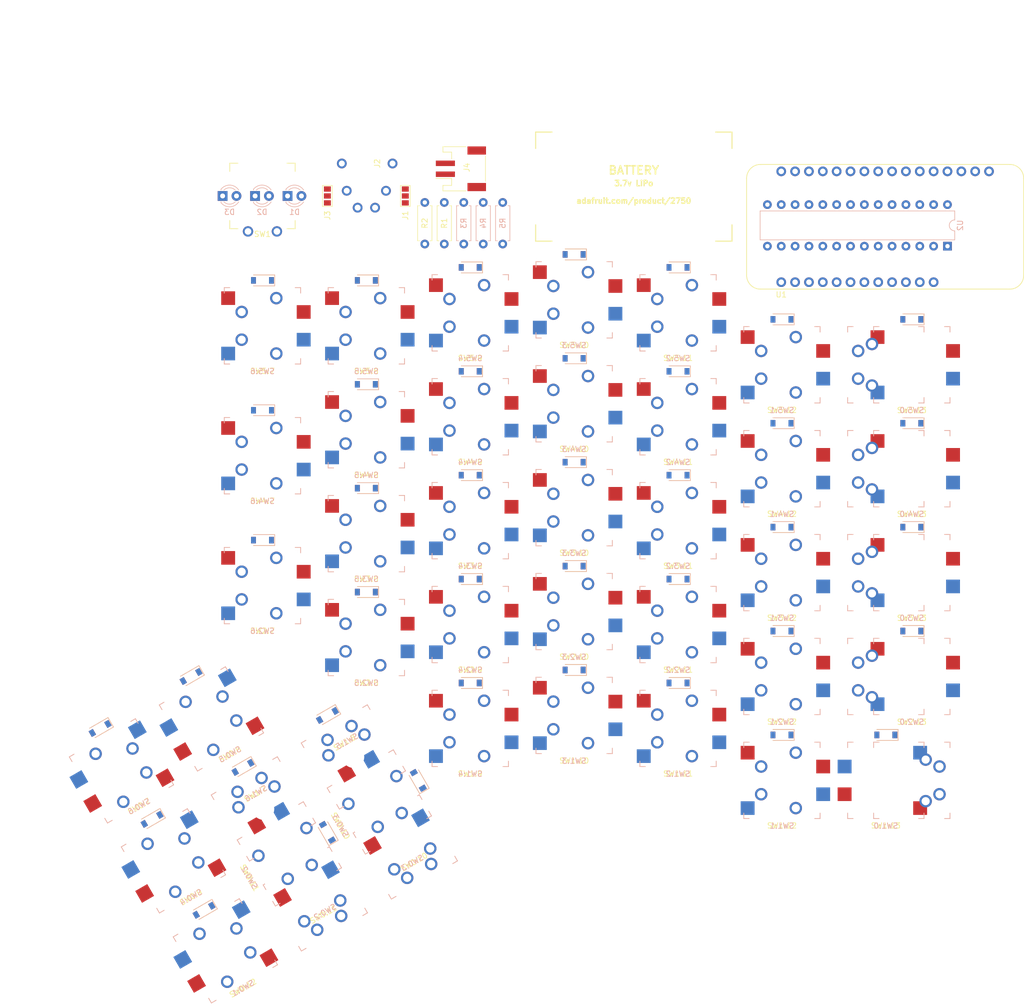
<source format=kicad_pcb>
(kicad_pcb (version 4) (host pcbnew 4.0.7)
  (layers (0 F.Cu signal) (31 B.Cu signal) (34 B.Paste user) (35 F.Paste user) (36 B.SilkS user) (37 F.SilkS user) (38 B.Mask user) (39 F.Mask user) (44 Edge.Cuts user))
  (net 0 "")
  (net 1 /COL6)
  (net 2 "Net-(D0:7-Pad2)")
  (net 3 /COL5)
  (net 4 "Net-(D0:8-Pad2)")
  (net 5 /COL4)
  (net 6 "Net-(D0:9-Pad2)")
  (net 7 /COL10)
  (net 8 "Net-(D0:10-Pad2)")
  (net 9 /COL11)
  (net 10 "Net-(D0:11-Pad2)")
  (net 11 /COL1)
  (net 12 "Net-(D0:12-Pad2)")
  (net 13 GND)
  (net 14 "Net-(D1-Pad2)")
  (net 15 "Net-(D1:7-Pad2)")
  (net 16 "Net-(D1:8-Pad2)")
  (net 17 "Net-(D1:9-Pad2)")
  (net 18 "Net-(D1:10-Pad2)")
  (net 19 "Net-(D1:11-Pad2)")
  (net 20 "Net-(D1:12-Pad2)")
  (net 21 /COL0)
  (net 22 "Net-(D1:13-Pad2)")
  (net 23 "Net-(D2-Pad2)")
  (net 24 "Net-(D2:7-Pad2)")
  (net 25 "Net-(D2:8-Pad2)")
  (net 26 "Net-(D2:9-Pad2)")
  (net 27 "Net-(D2:10-Pad2)")
  (net 28 "Net-(D2:11-Pad2)")
  (net 29 "Net-(D2:12-Pad2)")
  (net 30 "Net-(D2:13-Pad2)")
  (net 31 "Net-(D3-Pad2)")
  (net 32 "Net-(D3:8-Pad2)")
  (net 33 "Net-(D3:9-Pad2)")
  (net 34 "Net-(D3:10-Pad2)")
  (net 35 "Net-(D3:11-Pad2)")
  (net 36 "Net-(D3:12-Pad2)")
  (net 37 "Net-(D3:13-Pad2)")
  (net 38 "Net-(D4:7-Pad2)")
  (net 39 "Net-(D4:8-Pad2)")
  (net 40 "Net-(D4:9-Pad2)")
  (net 41 "Net-(D4:10-Pad2)")
  (net 42 "Net-(D4:11-Pad2)")
  (net 43 "Net-(D4:12-Pad2)")
  (net 44 "Net-(D4:13-Pad2)")
  (net 45 "Net-(D5:7-Pad2)")
  (net 46 "Net-(D5:8-Pad2)")
  (net 47 "Net-(D5:9-Pad2)")
  (net 48 "Net-(D5:10-Pad2)")
  (net 49 "Net-(D5:11-Pad2)")
  (net 50 "Net-(D5:12-Pad2)")
  (net 51 "Net-(D5:13-Pad2)")
  (net 52 +3V3)
  (net 53 "Net-(J1-Pad2)")
  (net 54 /SCL)
  (net 55 /SDA)
  (net 56 "Net-(J2-Pad4)")
  (net 57 "Net-(R3-Pad2)")
  (net 58 "Net-(R4-Pad2)")
  (net 59 "Net-(R5-Pad2)")
  (net 60 /ROW0)
  (net 61 "Net-(SW1-Pad2)")
  (net 62 /ROW1)
  (net 63 /ROW2)
  (net 64 /ROW3)
  (net 65 /ROW4)
  (net 66 /ROW5)
  (net 67 "Net-(U1-Pad3)")
  (net 68 "Net-(U1-Pad4)")
  (net 69 "Net-(U1-Pad8)")
  (net 70 "Net-(U1-Pad13)")
  (net 71 "Net-(U1-Pad16)")
  (net 72 "Net-(U1-Pad17)")
  (net 73 "Net-(U1-Pad18)")
  (net 74 "Net-(U1-Pad26)")
  (net 75 "Net-(U1-Pad28)")
  (net 76 "Net-(U2-Pad2)")
  (net 77 "Net-(U2-Pad17)")
  (net 78 "Net-(U2-Pad18)")
  (net 79 "Net-(U2-Pad19)")
  (net 80 "Net-(U2-Pad14)")
  (net 81 "Net-(U2-Pad28)")
  (net 82 "Net-(J4-Pad1)")
  (module keyswitches:MX_reversible_minimal (layer F.Cu) (at 195.2625 64.29375 90)
    (fp_text reference "" (at 0 -3 90) (layer B.SilkS) (effects (justify mirror)))
    (fp_text value MX)
    (pad 1 thru_hole circle (at 3.81 -2.54 90) (size 2.286 2.286) (drill 1.4986) (layers *.Cu *.Mask))
    (pad 2 thru_hole circle (at -2.54 -5.08 90) (size 2.286 2.286) (drill 1.4986) (layers *.Cu *.Mask))
    (pad 2 thru_hole circle (at 2.54 -5.08 90) (size 2.286 2.286) (drill 1.4986) (layers *.Cu *.Mask))
    (pad "" np_thru_hole circle (at 0 0 90) (size 3.9878 3.9878) (drill 3.9878) (layers *.Cu *.Mask))
    (pad 1 thru_hole circle (at -3.81 -2.54 90) (size 2.286 2.286) (drill 1.4986) (layers *.Cu *.Mask))
  )
  (module keyswitches:Kailh_socket_optional_reversible (layer F.Cu) (at 102.39375 144.44723 120)
    (fp_text reference SW0:10 (at -0.222091 -8.377116 120) (layer F.SilkS))
    (fp_text value SW_Push)
    (pad 1 smd rect (at -6.29 5.08 120) (size 2.55 2.5) (layers B.Cu B.Paste B.Mask) (net 60 /ROW0))
    (pad 2 smd rect (at 7.56 2.54 120) (size 2.55 2.5) (layers B.Cu B.Paste B.Mask) (net 8 "Net-(D0:10-Pad2)"))
    (pad "" np_thru_hole circle (at -2.54 -5.08 120) (size 3 3) (drill 3) (layers *.Cu *.Mask))
    (pad "" np_thru_hole circle (at 3.81 -2.54 120) (size 3 3) (drill 3) (layers *.Cu *.Mask))
    (pad 2 thru_hole circle (at 2.54 5.08 120) (size 2.286 2.286) (drill 1.4986) (layers *.Cu *.Mask) (net 8 "Net-(D0:10-Pad2)"))
    (pad 1 thru_hole circle (at -3.81 2.54 120) (size 2.286 2.286) (drill 1.4986) (layers *.Cu *.Mask) (net 60 /ROW0))
    (pad 1 smd rect (at -6.29 -5.08 120) (size 2.55 2.5) (layers F.Cu F.Paste F.Mask) (net 60 /ROW0))
    (pad "" np_thru_hole circle (at -2.54 5.08 120) (size 3 3) (drill 3) (layers *.Cu *.Mask))
    (pad "" np_thru_hole circle (at 3.81 2.54 120) (size 3 3) (drill 3) (layers *.Cu *.Mask))
    (pad 2 thru_hole circle (at 2.54 -5.08 120) (size 2.286 2.286) (drill 1.4986) (layers *.Cu *.Mask) (net 8 "Net-(D0:10-Pad2)"))
    (pad "" np_thru_hole circle (at 0 0 120) (size 3.9878 3.9878) (drill 3.9878) (layers *.Cu *.Mask))
    (pad 1 thru_hole circle (at -3.81 -2.54 120) (size 2.286 2.286) (drill 1.4986) (layers *.Cu *.Mask) (net 60 /ROW0))
    (pad "" np_thru_hole circle (at 5.08 0 120) (size 1.7018 1.7018) (drill 1.7018) (layers *.Cu *.Mask))
    (pad "" np_thru_hole circle (at -5.08 0 120) (size 1.7018 1.7018) (drill 1.7018) (layers *.Cu *.Mask))
    (pad 2 smd rect (at 7.56 -2.54 120) (size 2.55 2.5) (layers F.Cu F.Paste F.Mask) (net 8 "Net-(D0:10-Pad2)"))
  )
  (module keyswitches:Kailh_socket_optional_reversible (layer F.Cu) (at 100.0125 95.25)
    (fp_text reference SW3:8 (at 0 8.3) (layer F.SilkS))
    (fp_text value SW_Push)
    (pad 1 smd rect (at -6.29 5.08) (size 2.55 2.5) (layers B.Cu B.Paste B.Mask) (net 64 /ROW3))
    (pad 2 smd rect (at 7.56 2.54) (size 2.55 2.5) (layers B.Cu B.Paste B.Mask) (net 32 "Net-(D3:8-Pad2)"))
    (pad "" np_thru_hole circle (at -2.54 -5.08) (size 3 3) (drill 3) (layers *.Cu *.Mask))
    (pad "" np_thru_hole circle (at 3.81 -2.54) (size 3 3) (drill 3) (layers *.Cu *.Mask))
    (pad 2 thru_hole circle (at 2.54 5.08) (size 2.286 2.286) (drill 1.4986) (layers *.Cu *.Mask) (net 32 "Net-(D3:8-Pad2)"))
    (pad 1 thru_hole circle (at -3.81 2.54) (size 2.286 2.286) (drill 1.4986) (layers *.Cu *.Mask) (net 64 /ROW3))
    (pad 1 smd rect (at -6.29 -5.08) (size 2.55 2.5) (layers F.Cu F.Paste F.Mask) (net 64 /ROW3))
    (pad "" np_thru_hole circle (at -2.54 5.08) (size 3 3) (drill 3) (layers *.Cu *.Mask))
    (pad "" np_thru_hole circle (at 3.81 2.54) (size 3 3) (drill 3) (layers *.Cu *.Mask))
    (pad 2 thru_hole circle (at 2.54 -5.08) (size 2.286 2.286) (drill 1.4986) (layers *.Cu *.Mask) (net 32 "Net-(D3:8-Pad2)"))
    (pad "" np_thru_hole circle (at 0 0) (size 3.9878 3.9878) (drill 3.9878) (layers *.Cu *.Mask))
    (pad 1 thru_hole circle (at -3.81 -2.54) (size 2.286 2.286) (drill 1.4986) (layers *.Cu *.Mask) (net 64 /ROW3))
    (pad "" np_thru_hole circle (at 5.08 0) (size 1.7018 1.7018) (drill 1.7018) (layers *.Cu *.Mask))
    (pad "" np_thru_hole circle (at -5.08 0) (size 1.7018 1.7018) (drill 1.7018) (layers *.Cu *.Mask))
    (pad 2 smd rect (at 7.56 -2.54) (size 2.55 2.5) (layers F.Cu F.Paste F.Mask) (net 32 "Net-(D3:8-Pad2)"))
  )
  (module LEDs:LED_D3.0mm (layer B.Cu) (at 85.56625 33.3375)
    (fp_text reference D1 (at 1.27 2.96) (layer B.SilkS) (effects (justify mirror)))
    (fp_text value LED)
    (pad 1 thru_hole rect (at 0 0) (size 1.8 1.8) (drill 0.9) (layers *.Cu *.Mask) (net 13 GND))
    (pad 2 thru_hole circle (at 2.54 0) (size 1.8 1.8) (drill 0.9) (layers *.Cu *.Mask) (net 14 "Net-(D1-Pad2)"))
  )
  (module LEDs:LED_D3.0mm (layer B.Cu) (at 79.613125 33.3375)
    (fp_text reference D2 (at 1.27 2.96) (layer B.SilkS) (effects (justify mirror)))
    (fp_text value LED)
    (pad 1 thru_hole rect (at 0 0) (size 1.8 1.8) (drill 0.9) (layers *.Cu *.Mask) (net 13 GND))
    (pad 2 thru_hole circle (at 2.54 0) (size 1.8 1.8) (drill 0.9) (layers *.Cu *.Mask) (net 23 "Net-(D2-Pad2)"))
  )
  (module LEDs:LED_D3.0mm (layer B.Cu) (at 73.66 33.3375)
    (fp_text reference D3 (at 1.27 2.96) (layer B.SilkS) (effects (justify mirror)))
    (fp_text value LED)
    (pad 1 thru_hole rect (at 0 0) (size 1.8 1.8) (drill 0.9) (layers *.Cu *.Mask) (net 13 GND))
    (pad 2 thru_hole circle (at 2.54 0) (size 1.8 1.8) (drill 0.9) (layers *.Cu *.Mask) (net 31 "Net-(D3-Pad2)"))
  )
  (module Connectors:GS3 (layer F.Cu) (at 107.15625 33.3375 180)
    (fp_text reference J1 (at 0 -3.571875 270) (layer F.SilkS))
    (fp_text value GS3)
    (pad 1 smd rect (at 0 -1.27 180) (size 1.27 0.97) (layers F.Cu F.Paste F.Mask) (net 52 +3V3))
    (pad 2 smd rect (at 0 0 180) (size 1.27 0.97) (layers F.Cu F.Paste F.Mask) (net 53 "Net-(J1-Pad2)"))
    (pad 3 smd rect (at 0 1.27 180) (size 1.27 0.97) (layers F.Cu F.Paste F.Mask) (net 13 GND))
  )
  (module keyboard_accessories:TRRS_Jack_SJ-43514_reversible (layer F.Cu) (at 100.0125 27.384375 270)
    (fp_text reference J2 (at 0 -2 270) (layer F.SilkS))
    (fp_text value SJ-43514)
    (pad 3 thru_hole circle (at 8.1 -1.6 270) (size 1.8 1.8) (drill 1.1) (layers *.Cu *.Mask) (net 54 /SCL))
    (pad 2 thru_hole circle (at 5 3.6 270) (size 1.8 1.8) (drill 1.1) (layers *.Cu *.Mask) (net 55 /SDA))
    (pad 3 thru_hole circle (at 8.1 1.6 270) (size 1.8 1.8) (drill 1.1) (layers *.Cu *.Mask) (net 54 /SCL))
    (pad 4 thru_hole circle (at 0 4.5 270) (size 1.8 1.8) (drill 1.1) (layers *.Cu *.Mask) (net 56 "Net-(J2-Pad4)"))
    (pad 1 thru_hole circle (at 0 -4.8 270) (size 1.8 1.8) (drill 1.1) (layers *.Cu *.Mask) (net 53 "Net-(J1-Pad2)"))
    (pad "" np_thru_hole circle (at 5 0 270) (size 1.1 1.1) (drill 1.1) (layers *.Cu *.Mask))
    (pad "" np_thru_hole circle (at 0 0 270) (size 1.1 1.1) (drill 1.1) (layers *.Cu *.Mask))
    (pad 2 thru_hole circle (at 5 -3.6 270) (size 1.8 1.8) (drill 1.1) (layers *.Cu *.Mask) (net 55 /SDA))
  )
  (module Connectors:GS3 (layer F.Cu) (at 92.86875 33.3375 180)
    (fp_text reference J3 (at 0 -3.571875 270) (layer F.SilkS))
    (fp_text value GS3)
    (pad 1 smd rect (at 0 -1.27 180) (size 1.27 0.97) (layers F.Cu F.Paste F.Mask) (net 52 +3V3))
    (pad 2 smd rect (at 0 0 180) (size 1.27 0.97) (layers F.Cu F.Paste F.Mask) (net 56 "Net-(J2-Pad4)"))
    (pad 3 smd rect (at 0 1.27 180) (size 1.27 0.97) (layers F.Cu F.Paste F.Mask) (net 13 GND))
  )
  (module Resistors_THT:R_Axial_DIN0207_L6.3mm_D2.5mm_P7.62mm_Horizontal (layer F.Cu) (at 114.3 34.528125 270)
    (fp_text reference R1 (at 3.81 0 270) (layer F.SilkS))
    (fp_text value 2.2k)
    (pad 1 thru_hole circle (at 0 0 270) (size 1.6 1.6) (drill 0.8) (layers *.Cu *.Mask) (net 52 +3V3))
    (pad 2 thru_hole oval (at 7.62 0 270) (size 1.6 1.6) (drill 0.8) (layers *.Cu *.Mask) (net 54 /SCL))
  )
  (module Resistors_THT:R_Axial_DIN0207_L6.3mm_D2.5mm_P7.62mm_Horizontal (layer F.Cu) (at 110.728125 34.528125 270)
    (fp_text reference R2 (at 3.81 0 270) (layer F.SilkS))
    (fp_text value 2.2k)
    (pad 1 thru_hole circle (at 0 0 270) (size 1.6 1.6) (drill 0.8) (layers *.Cu *.Mask) (net 52 +3V3))
    (pad 2 thru_hole oval (at 7.62 0 270) (size 1.6 1.6) (drill 0.8) (layers *.Cu *.Mask) (net 55 /SDA))
  )
  (module Resistors_THT:R_Axial_DIN0207_L6.3mm_D2.5mm_P7.62mm_Horizontal (layer B.Cu) (at 117.871875 42.148125 90)
    (fp_text reference R3 (at 3.81 0 90) (layer B.SilkS) (effects (justify mirror)))
    (fp_text value R)
    (pad 1 thru_hole circle (at 0 0 90) (size 1.6 1.6) (drill 0.8) (layers *.Cu *.Mask) (net 14 "Net-(D1-Pad2)"))
    (pad 2 thru_hole oval (at 7.62 0 90) (size 1.6 1.6) (drill 0.8) (layers *.Cu *.Mask) (net 57 "Net-(R3-Pad2)"))
  )
  (module Resistors_THT:R_Axial_DIN0207_L6.3mm_D2.5mm_P7.62mm_Horizontal (layer B.Cu) (at 121.44375 42.148125 90)
    (fp_text reference R4 (at 3.81 0 90) (layer B.SilkS) (effects (justify mirror)))
    (fp_text value R)
    (pad 1 thru_hole circle (at 0 0 90) (size 1.6 1.6) (drill 0.8) (layers *.Cu *.Mask) (net 23 "Net-(D2-Pad2)"))
    (pad 2 thru_hole oval (at 7.62 0 90) (size 1.6 1.6) (drill 0.8) (layers *.Cu *.Mask) (net 58 "Net-(R4-Pad2)"))
  )
  (module Resistors_THT:R_Axial_DIN0207_L6.3mm_D2.5mm_P7.62mm_Horizontal (layer B.Cu) (at 125.015625 42.148125 90)
    (fp_text reference R5 (at 3.81 0 90) (layer B.SilkS) (effects (justify mirror)))
    (fp_text value R)
    (pad 1 thru_hole circle (at 0 0 90) (size 1.6 1.6) (drill 0.8) (layers *.Cu *.Mask) (net 31 "Net-(D3-Pad2)"))
    (pad 2 thru_hole oval (at 7.62 0 90) (size 1.6 1.6) (drill 0.8) (layers *.Cu *.Mask) (net 59 "Net-(R5-Pad2)"))
  )
  (module keyswitches:Kailh_socket_optional_reversible (layer F.Cu) (at 55.110682 138.750554 210)
    (fp_text reference SW0:7 (at 0.455635 -7.24907 390) (layer F.SilkS))
    (fp_text value SW_Push)
    (pad 1 smd rect (at -6.29 5.08 210) (size 2.55 2.5) (layers B.Cu B.Paste B.Mask) (net 60 /ROW0))
    (pad 2 smd rect (at 7.56 2.54 210) (size 2.55 2.5) (layers B.Cu B.Paste B.Mask) (net 2 "Net-(D0:7-Pad2)"))
    (pad "" np_thru_hole circle (at -2.54 -5.08 210) (size 3 3) (drill 3) (layers *.Cu *.Mask))
    (pad "" np_thru_hole circle (at 3.81 -2.54 210) (size 3 3) (drill 3) (layers *.Cu *.Mask))
    (pad 2 thru_hole circle (at 2.54 5.08 210) (size 2.286 2.286) (drill 1.4986) (layers *.Cu *.Mask) (net 2 "Net-(D0:7-Pad2)"))
    (pad 1 thru_hole circle (at -3.81 2.54 210) (size 2.286 2.286) (drill 1.4986) (layers *.Cu *.Mask) (net 60 /ROW0))
    (pad 1 smd rect (at -6.29 -5.08 210) (size 2.55 2.5) (layers F.Cu F.Paste F.Mask) (net 60 /ROW0))
    (pad "" np_thru_hole circle (at -2.54 5.08 210) (size 3 3) (drill 3) (layers *.Cu *.Mask))
    (pad "" np_thru_hole circle (at 3.81 2.54 210) (size 3 3) (drill 3) (layers *.Cu *.Mask))
    (pad 2 thru_hole circle (at 2.54 -5.08 210) (size 2.286 2.286) (drill 1.4986) (layers *.Cu *.Mask) (net 2 "Net-(D0:7-Pad2)"))
    (pad "" np_thru_hole circle (at 0 0 210) (size 3.9878 3.9878) (drill 3.9878) (layers *.Cu *.Mask))
    (pad 1 thru_hole circle (at -3.81 -2.54 210) (size 2.286 2.286) (drill 1.4986) (layers *.Cu *.Mask) (net 60 /ROW0))
    (pad "" np_thru_hole circle (at 5.08 0 210) (size 1.7018 1.7018) (drill 1.7018) (layers *.Cu *.Mask))
    (pad "" np_thru_hole circle (at -5.08 0 210) (size 1.7018 1.7018) (drill 1.7018) (layers *.Cu *.Mask))
    (pad 2 smd rect (at 7.56 -2.54 210) (size 2.55 2.5) (layers F.Cu F.Paste F.Mask) (net 2 "Net-(D0:7-Pad2)"))
  )
  (module keyswitches:Kailh_socket_optional_reversible (layer F.Cu) (at 71.608466 129.225554 210)
    (fp_text reference SW0:8 (at 0.307574 -7.334553 210) (layer F.SilkS))
    (fp_text value SW_Push)
    (pad 1 smd rect (at -6.29 5.08 210) (size 2.55 2.5) (layers B.Cu B.Paste B.Mask) (net 60 /ROW0))
    (pad 2 smd rect (at 7.56 2.54 210) (size 2.55 2.5) (layers B.Cu B.Paste B.Mask) (net 4 "Net-(D0:8-Pad2)"))
    (pad "" np_thru_hole circle (at -2.54 -5.08 210) (size 3 3) (drill 3) (layers *.Cu *.Mask))
    (pad "" np_thru_hole circle (at 3.81 -2.54 210) (size 3 3) (drill 3) (layers *.Cu *.Mask))
    (pad 2 thru_hole circle (at 2.54 5.08 210) (size 2.286 2.286) (drill 1.4986) (layers *.Cu *.Mask) (net 4 "Net-(D0:8-Pad2)"))
    (pad 1 thru_hole circle (at -3.81 2.54 210) (size 2.286 2.286) (drill 1.4986) (layers *.Cu *.Mask) (net 60 /ROW0))
    (pad 1 smd rect (at -6.29 -5.08 210) (size 2.55 2.5) (layers F.Cu F.Paste F.Mask) (net 60 /ROW0))
    (pad "" np_thru_hole circle (at -2.54 5.08 210) (size 3 3) (drill 3) (layers *.Cu *.Mask))
    (pad "" np_thru_hole circle (at 3.81 2.54 210) (size 3 3) (drill 3) (layers *.Cu *.Mask))
    (pad 2 thru_hole circle (at 2.54 -5.08 210) (size 2.286 2.286) (drill 1.4986) (layers *.Cu *.Mask) (net 4 "Net-(D0:8-Pad2)"))
    (pad "" np_thru_hole circle (at 0 0 210) (size 3.9878 3.9878) (drill 3.9878) (layers *.Cu *.Mask))
    (pad 1 thru_hole circle (at -3.81 -2.54 210) (size 2.286 2.286) (drill 1.4986) (layers *.Cu *.Mask) (net 60 /ROW0))
    (pad "" np_thru_hole circle (at 5.08 0 210) (size 1.7018 1.7018) (drill 1.7018) (layers *.Cu *.Mask))
    (pad "" np_thru_hole circle (at -5.08 0 210) (size 1.7018 1.7018) (drill 1.7018) (layers *.Cu *.Mask))
    (pad 2 smd rect (at 7.56 -2.54 210) (size 2.55 2.5) (layers F.Cu F.Paste F.Mask) (net 4 "Net-(D0:8-Pad2)"))
  )
  (module keyswitches:Kailh_socket_optional_reversible (layer F.Cu) (at 64.635682 155.248338 210)
    (fp_text reference SW0:9 (at 0.541118 -7.39713 210) (layer F.SilkS))
    (fp_text value SW_Push)
    (pad 1 smd rect (at -6.29 5.08 210) (size 2.55 2.5) (layers B.Cu B.Paste B.Mask) (net 60 /ROW0))
    (pad 2 smd rect (at 7.56 2.54 210) (size 2.55 2.5) (layers B.Cu B.Paste B.Mask) (net 6 "Net-(D0:9-Pad2)"))
    (pad "" np_thru_hole circle (at -2.54 -5.08 210) (size 3 3) (drill 3) (layers *.Cu *.Mask))
    (pad "" np_thru_hole circle (at 3.81 -2.54 210) (size 3 3) (drill 3) (layers *.Cu *.Mask))
    (pad 2 thru_hole circle (at 2.54 5.08 210) (size 2.286 2.286) (drill 1.4986) (layers *.Cu *.Mask) (net 6 "Net-(D0:9-Pad2)"))
    (pad 1 thru_hole circle (at -3.81 2.54 210) (size 2.286 2.286) (drill 1.4986) (layers *.Cu *.Mask) (net 60 /ROW0))
    (pad 1 smd rect (at -6.29 -5.08 210) (size 2.55 2.5) (layers F.Cu F.Paste F.Mask) (net 60 /ROW0))
    (pad "" np_thru_hole circle (at -2.54 5.08 210) (size 3 3) (drill 3) (layers *.Cu *.Mask))
    (pad "" np_thru_hole circle (at 3.81 2.54 210) (size 3 3) (drill 3) (layers *.Cu *.Mask))
    (pad 2 thru_hole circle (at 2.54 -5.08 210) (size 2.286 2.286) (drill 1.4986) (layers *.Cu *.Mask) (net 6 "Net-(D0:9-Pad2)"))
    (pad "" np_thru_hole circle (at 0 0 210) (size 3.9878 3.9878) (drill 3.9878) (layers *.Cu *.Mask))
    (pad 1 thru_hole circle (at -3.81 -2.54 210) (size 2.286 2.286) (drill 1.4986) (layers *.Cu *.Mask) (net 60 /ROW0))
    (pad "" np_thru_hole circle (at 5.08 0 210) (size 1.7018 1.7018) (drill 1.7018) (layers *.Cu *.Mask))
    (pad "" np_thru_hole circle (at -5.08 0 210) (size 1.7018 1.7018) (drill 1.7018) (layers *.Cu *.Mask))
    (pad 2 smd rect (at 7.56 -2.54 210) (size 2.55 2.5) (layers F.Cu F.Paste F.Mask) (net 6 "Net-(D0:9-Pad2)"))
  )
  (module keyswitches:Kailh_socket_optional_reversible (layer F.Cu) (at 85.895966 153.97223 120)
    (fp_text reference SW0:11 (at -0.136608 -8.525177 120) (layer F.SilkS))
    (fp_text value SW_Push)
    (pad 1 smd rect (at -6.29 5.08 120) (size 2.55 2.5) (layers B.Cu B.Paste B.Mask) (net 60 /ROW0))
    (pad 2 smd rect (at 7.56 2.54 120) (size 2.55 2.5) (layers B.Cu B.Paste B.Mask) (net 10 "Net-(D0:11-Pad2)"))
    (pad "" np_thru_hole circle (at -2.54 -5.08 120) (size 3 3) (drill 3) (layers *.Cu *.Mask))
    (pad "" np_thru_hole circle (at 3.81 -2.54 120) (size 3 3) (drill 3) (layers *.Cu *.Mask))
    (pad 2 thru_hole circle (at 2.54 5.08 120) (size 2.286 2.286) (drill 1.4986) (layers *.Cu *.Mask) (net 10 "Net-(D0:11-Pad2)"))
    (pad 1 thru_hole circle (at -3.81 2.54 120) (size 2.286 2.286) (drill 1.4986) (layers *.Cu *.Mask) (net 60 /ROW0))
    (pad 1 smd rect (at -6.29 -5.08 120) (size 2.55 2.5) (layers F.Cu F.Paste F.Mask) (net 60 /ROW0))
    (pad "" np_thru_hole circle (at -2.54 5.08 120) (size 3 3) (drill 3) (layers *.Cu *.Mask))
    (pad "" np_thru_hole circle (at 3.81 2.54 120) (size 3 3) (drill 3) (layers *.Cu *.Mask))
    (pad 2 thru_hole circle (at 2.54 -5.08 120) (size 2.286 2.286) (drill 1.4986) (layers *.Cu *.Mask) (net 10 "Net-(D0:11-Pad2)"))
    (pad "" np_thru_hole circle (at 0 0 120) (size 3.9878 3.9878) (drill 3.9878) (layers *.Cu *.Mask))
    (pad 1 thru_hole circle (at -3.81 -2.54 120) (size 2.286 2.286) (drill 1.4986) (layers *.Cu *.Mask) (net 60 /ROW0))
    (pad "" np_thru_hole circle (at 5.08 0 120) (size 1.7018 1.7018) (drill 1.7018) (layers *.Cu *.Mask))
    (pad "" np_thru_hole circle (at -5.08 0 120) (size 1.7018 1.7018) (drill 1.7018) (layers *.Cu *.Mask))
    (pad 2 smd rect (at 7.56 -2.54 120) (size 2.55 2.5) (layers F.Cu F.Paste F.Mask) (net 10 "Net-(D0:11-Pad2)"))
  )
  (module keyswitches:Kailh_socket_optional_reversible (layer F.Cu) (at 74.160682 171.746122 210)
    (fp_text reference SW0:12 (at 0.626601 -7.545191 210) (layer F.SilkS))
    (fp_text value SW_Push)
    (pad 1 smd rect (at -6.29 5.08 210) (size 2.55 2.5) (layers B.Cu B.Paste B.Mask) (net 60 /ROW0))
    (pad 2 smd rect (at 7.56 2.54 210) (size 2.55 2.5) (layers B.Cu B.Paste B.Mask) (net 12 "Net-(D0:12-Pad2)"))
    (pad "" np_thru_hole circle (at -2.54 -5.08 210) (size 3 3) (drill 3) (layers *.Cu *.Mask))
    (pad "" np_thru_hole circle (at 3.81 -2.54 210) (size 3 3) (drill 3) (layers *.Cu *.Mask))
    (pad 2 thru_hole circle (at 2.54 5.08 210) (size 2.286 2.286) (drill 1.4986) (layers *.Cu *.Mask) (net 12 "Net-(D0:12-Pad2)"))
    (pad 1 thru_hole circle (at -3.81 2.54 210) (size 2.286 2.286) (drill 1.4986) (layers *.Cu *.Mask) (net 60 /ROW0))
    (pad 1 smd rect (at -6.29 -5.08 210) (size 2.55 2.5) (layers F.Cu F.Paste F.Mask) (net 60 /ROW0))
    (pad "" np_thru_hole circle (at -2.54 5.08 210) (size 3 3) (drill 3) (layers *.Cu *.Mask))
    (pad "" np_thru_hole circle (at 3.81 2.54 210) (size 3 3) (drill 3) (layers *.Cu *.Mask))
    (pad 2 thru_hole circle (at 2.54 -5.08 210) (size 2.286 2.286) (drill 1.4986) (layers *.Cu *.Mask) (net 12 "Net-(D0:12-Pad2)"))
    (pad "" np_thru_hole circle (at 0 0 210) (size 3.9878 3.9878) (drill 3.9878) (layers *.Cu *.Mask))
    (pad 1 thru_hole circle (at -3.81 -2.54 210) (size 2.286 2.286) (drill 1.4986) (layers *.Cu *.Mask) (net 60 /ROW0))
    (pad "" np_thru_hole circle (at 5.08 0 210) (size 1.7018 1.7018) (drill 1.7018) (layers *.Cu *.Mask))
    (pad "" np_thru_hole circle (at -5.08 0 210) (size 1.7018 1.7018) (drill 1.7018) (layers *.Cu *.Mask))
    (pad 2 smd rect (at 7.56 -2.54 210) (size 2.55 2.5) (layers F.Cu F.Paste F.Mask) (net 12 "Net-(D0:12-Pad2)"))
  )
  (module keyswitches:Kailh_socket_optional_reversible (layer F.Cu) (at 119.0625 130.96875)
    (fp_text reference SW1:9 (at 0 8.3) (layer F.SilkS))
    (fp_text value SW_Push)
    (pad 1 smd rect (at -6.29 5.08) (size 2.55 2.5) (layers B.Cu B.Paste B.Mask) (net 62 /ROW1))
    (pad 2 smd rect (at 7.56 2.54) (size 2.55 2.5) (layers B.Cu B.Paste B.Mask) (net 17 "Net-(D1:9-Pad2)"))
    (pad "" np_thru_hole circle (at -2.54 -5.08) (size 3 3) (drill 3) (layers *.Cu *.Mask))
    (pad "" np_thru_hole circle (at 3.81 -2.54) (size 3 3) (drill 3) (layers *.Cu *.Mask))
    (pad 2 thru_hole circle (at 2.54 5.08) (size 2.286 2.286) (drill 1.4986) (layers *.Cu *.Mask) (net 17 "Net-(D1:9-Pad2)"))
    (pad 1 thru_hole circle (at -3.81 2.54) (size 2.286 2.286) (drill 1.4986) (layers *.Cu *.Mask) (net 62 /ROW1))
    (pad 1 smd rect (at -6.29 -5.08) (size 2.55 2.5) (layers F.Cu F.Paste F.Mask) (net 62 /ROW1))
    (pad "" np_thru_hole circle (at -2.54 5.08) (size 3 3) (drill 3) (layers *.Cu *.Mask))
    (pad "" np_thru_hole circle (at 3.81 2.54) (size 3 3) (drill 3) (layers *.Cu *.Mask))
    (pad 2 thru_hole circle (at 2.54 -5.08) (size 2.286 2.286) (drill 1.4986) (layers *.Cu *.Mask) (net 17 "Net-(D1:9-Pad2)"))
    (pad "" np_thru_hole circle (at 0 0) (size 3.9878 3.9878) (drill 3.9878) (layers *.Cu *.Mask))
    (pad 1 thru_hole circle (at -3.81 -2.54) (size 2.286 2.286) (drill 1.4986) (layers *.Cu *.Mask) (net 62 /ROW1))
    (pad "" np_thru_hole circle (at 5.08 0) (size 1.7018 1.7018) (drill 1.7018) (layers *.Cu *.Mask))
    (pad "" np_thru_hole circle (at -5.08 0) (size 1.7018 1.7018) (drill 1.7018) (layers *.Cu *.Mask))
    (pad 2 smd rect (at 7.56 -2.54) (size 2.55 2.5) (layers F.Cu F.Paste F.Mask) (net 17 "Net-(D1:9-Pad2)"))
  )
  (module keyswitches:Kailh_socket_optional_reversible (layer F.Cu) (at 138.1125 128.5875)
    (fp_text reference SW1:10 (at 0 8.3) (layer F.SilkS))
    (fp_text value SW_Push)
    (pad 1 smd rect (at -6.29 5.08) (size 2.55 2.5) (layers B.Cu B.Paste B.Mask) (net 62 /ROW1))
    (pad 2 smd rect (at 7.56 2.54) (size 2.55 2.5) (layers B.Cu B.Paste B.Mask) (net 18 "Net-(D1:10-Pad2)"))
    (pad "" np_thru_hole circle (at -2.54 -5.08) (size 3 3) (drill 3) (layers *.Cu *.Mask))
    (pad "" np_thru_hole circle (at 3.81 -2.54) (size 3 3) (drill 3) (layers *.Cu *.Mask))
    (pad 2 thru_hole circle (at 2.54 5.08) (size 2.286 2.286) (drill 1.4986) (layers *.Cu *.Mask) (net 18 "Net-(D1:10-Pad2)"))
    (pad 1 thru_hole circle (at -3.81 2.54) (size 2.286 2.286) (drill 1.4986) (layers *.Cu *.Mask) (net 62 /ROW1))
    (pad 1 smd rect (at -6.29 -5.08) (size 2.55 2.5) (layers F.Cu F.Paste F.Mask) (net 62 /ROW1))
    (pad "" np_thru_hole circle (at -2.54 5.08) (size 3 3) (drill 3) (layers *.Cu *.Mask))
    (pad "" np_thru_hole circle (at 3.81 2.54) (size 3 3) (drill 3) (layers *.Cu *.Mask))
    (pad 2 thru_hole circle (at 2.54 -5.08) (size 2.286 2.286) (drill 1.4986) (layers *.Cu *.Mask) (net 18 "Net-(D1:10-Pad2)"))
    (pad "" np_thru_hole circle (at 0 0) (size 3.9878 3.9878) (drill 3.9878) (layers *.Cu *.Mask))
    (pad 1 thru_hole circle (at -3.81 -2.54) (size 2.286 2.286) (drill 1.4986) (layers *.Cu *.Mask) (net 62 /ROW1))
    (pad "" np_thru_hole circle (at 5.08 0) (size 1.7018 1.7018) (drill 1.7018) (layers *.Cu *.Mask))
    (pad "" np_thru_hole circle (at -5.08 0) (size 1.7018 1.7018) (drill 1.7018) (layers *.Cu *.Mask))
    (pad 2 smd rect (at 7.56 -2.54) (size 2.55 2.5) (layers F.Cu F.Paste F.Mask) (net 18 "Net-(D1:10-Pad2)"))
  )
  (module keyswitches:Kailh_socket_optional_reversible (layer F.Cu) (at 157.1625 130.96875)
    (fp_text reference SW1:11 (at 0 8.3) (layer F.SilkS))
    (fp_text value SW_Push)
    (pad 1 smd rect (at -6.29 5.08) (size 2.55 2.5) (layers B.Cu B.Paste B.Mask) (net 62 /ROW1))
    (pad 2 smd rect (at 7.56 2.54) (size 2.55 2.5) (layers B.Cu B.Paste B.Mask) (net 19 "Net-(D1:11-Pad2)"))
    (pad "" np_thru_hole circle (at -2.54 -5.08) (size 3 3) (drill 3) (layers *.Cu *.Mask))
    (pad "" np_thru_hole circle (at 3.81 -2.54) (size 3 3) (drill 3) (layers *.Cu *.Mask))
    (pad 2 thru_hole circle (at 2.54 5.08) (size 2.286 2.286) (drill 1.4986) (layers *.Cu *.Mask) (net 19 "Net-(D1:11-Pad2)"))
    (pad 1 thru_hole circle (at -3.81 2.54) (size 2.286 2.286) (drill 1.4986) (layers *.Cu *.Mask) (net 62 /ROW1))
    (pad 1 smd rect (at -6.29 -5.08) (size 2.55 2.5) (layers F.Cu F.Paste F.Mask) (net 62 /ROW1))
    (pad "" np_thru_hole circle (at -2.54 5.08) (size 3 3) (drill 3) (layers *.Cu *.Mask))
    (pad "" np_thru_hole circle (at 3.81 2.54) (size 3 3) (drill 3) (layers *.Cu *.Mask))
    (pad 2 thru_hole circle (at 2.54 -5.08) (size 2.286 2.286) (drill 1.4986) (layers *.Cu *.Mask) (net 19 "Net-(D1:11-Pad2)"))
    (pad "" np_thru_hole circle (at 0 0) (size 3.9878 3.9878) (drill 3.9878) (layers *.Cu *.Mask))
    (pad 1 thru_hole circle (at -3.81 -2.54) (size 2.286 2.286) (drill 1.4986) (layers *.Cu *.Mask) (net 62 /ROW1))
    (pad "" np_thru_hole circle (at 5.08 0) (size 1.7018 1.7018) (drill 1.7018) (layers *.Cu *.Mask))
    (pad "" np_thru_hole circle (at -5.08 0) (size 1.7018 1.7018) (drill 1.7018) (layers *.Cu *.Mask))
    (pad 2 smd rect (at 7.56 -2.54) (size 2.55 2.5) (layers F.Cu F.Paste F.Mask) (net 19 "Net-(D1:11-Pad2)"))
  )
  (module keyswitches:Kailh_socket_optional_reversible (layer F.Cu) (at 176.2125 140.49375)
    (fp_text reference SW1:12 (at 0 8.3) (layer F.SilkS))
    (fp_text value SW_Push)
    (pad 1 smd rect (at -6.29 5.08) (size 2.55 2.5) (layers B.Cu B.Paste B.Mask) (net 62 /ROW1))
    (pad 2 smd rect (at 7.56 2.54) (size 2.55 2.5) (layers B.Cu B.Paste B.Mask) (net 20 "Net-(D1:12-Pad2)"))
    (pad "" np_thru_hole circle (at -2.54 -5.08) (size 3 3) (drill 3) (layers *.Cu *.Mask))
    (pad "" np_thru_hole circle (at 3.81 -2.54) (size 3 3) (drill 3) (layers *.Cu *.Mask))
    (pad 2 thru_hole circle (at 2.54 5.08) (size 2.286 2.286) (drill 1.4986) (layers *.Cu *.Mask) (net 20 "Net-(D1:12-Pad2)"))
    (pad 1 thru_hole circle (at -3.81 2.54) (size 2.286 2.286) (drill 1.4986) (layers *.Cu *.Mask) (net 62 /ROW1))
    (pad 1 smd rect (at -6.29 -5.08) (size 2.55 2.5) (layers F.Cu F.Paste F.Mask) (net 62 /ROW1))
    (pad "" np_thru_hole circle (at -2.54 5.08) (size 3 3) (drill 3) (layers *.Cu *.Mask))
    (pad "" np_thru_hole circle (at 3.81 2.54) (size 3 3) (drill 3) (layers *.Cu *.Mask))
    (pad 2 thru_hole circle (at 2.54 -5.08) (size 2.286 2.286) (drill 1.4986) (layers *.Cu *.Mask) (net 20 "Net-(D1:12-Pad2)"))
    (pad "" np_thru_hole circle (at 0 0) (size 3.9878 3.9878) (drill 3.9878) (layers *.Cu *.Mask))
    (pad 1 thru_hole circle (at -3.81 -2.54) (size 2.286 2.286) (drill 1.4986) (layers *.Cu *.Mask) (net 62 /ROW1))
    (pad "" np_thru_hole circle (at 5.08 0) (size 1.7018 1.7018) (drill 1.7018) (layers *.Cu *.Mask))
    (pad "" np_thru_hole circle (at -5.08 0) (size 1.7018 1.7018) (drill 1.7018) (layers *.Cu *.Mask))
    (pad 2 smd rect (at 7.56 -2.54) (size 2.55 2.5) (layers F.Cu F.Paste F.Mask) (net 20 "Net-(D1:12-Pad2)"))
  )
  (module keyswitches:Kailh_socket_optional_reversible (layer F.Cu) (at 80.9625 104.775)
    (fp_text reference SW2:7 (at 0 8.3) (layer F.SilkS))
    (fp_text value SW_Push)
    (pad 1 smd rect (at -6.29 5.08) (size 2.55 2.5) (layers B.Cu B.Paste B.Mask) (net 63 /ROW2))
    (pad 2 smd rect (at 7.56 2.54) (size 2.55 2.5) (layers B.Cu B.Paste B.Mask) (net 24 "Net-(D2:7-Pad2)"))
    (pad "" np_thru_hole circle (at -2.54 -5.08) (size 3 3) (drill 3) (layers *.Cu *.Mask))
    (pad "" np_thru_hole circle (at 3.81 -2.54) (size 3 3) (drill 3) (layers *.Cu *.Mask))
    (pad 2 thru_hole circle (at 2.54 5.08) (size 2.286 2.286) (drill 1.4986) (layers *.Cu *.Mask) (net 24 "Net-(D2:7-Pad2)"))
    (pad 1 thru_hole circle (at -3.81 2.54) (size 2.286 2.286) (drill 1.4986) (layers *.Cu *.Mask) (net 63 /ROW2))
    (pad 1 smd rect (at -6.29 -5.08) (size 2.55 2.5) (layers F.Cu F.Paste F.Mask) (net 63 /ROW2))
    (pad "" np_thru_hole circle (at -2.54 5.08) (size 3 3) (drill 3) (layers *.Cu *.Mask))
    (pad "" np_thru_hole circle (at 3.81 2.54) (size 3 3) (drill 3) (layers *.Cu *.Mask))
    (pad 2 thru_hole circle (at 2.54 -5.08) (size 2.286 2.286) (drill 1.4986) (layers *.Cu *.Mask) (net 24 "Net-(D2:7-Pad2)"))
    (pad "" np_thru_hole circle (at 0 0) (size 3.9878 3.9878) (drill 3.9878) (layers *.Cu *.Mask))
    (pad 1 thru_hole circle (at -3.81 -2.54) (size 2.286 2.286) (drill 1.4986) (layers *.Cu *.Mask) (net 63 /ROW2))
    (pad "" np_thru_hole circle (at 5.08 0) (size 1.7018 1.7018) (drill 1.7018) (layers *.Cu *.Mask))
    (pad "" np_thru_hole circle (at -5.08 0) (size 1.7018 1.7018) (drill 1.7018) (layers *.Cu *.Mask))
    (pad 2 smd rect (at 7.56 -2.54) (size 2.55 2.5) (layers F.Cu F.Paste F.Mask) (net 24 "Net-(D2:7-Pad2)"))
  )
  (module keyswitches:Kailh_socket_optional_reversible (layer F.Cu) (at 100.0125 114.3)
    (fp_text reference SW2:8 (at 0 8.3) (layer F.SilkS))
    (fp_text value SW_Push)
    (pad 1 smd rect (at -6.29 5.08) (size 2.55 2.5) (layers B.Cu B.Paste B.Mask) (net 63 /ROW2))
    (pad 2 smd rect (at 7.56 2.54) (size 2.55 2.5) (layers B.Cu B.Paste B.Mask) (net 25 "Net-(D2:8-Pad2)"))
    (pad "" np_thru_hole circle (at -2.54 -5.08) (size 3 3) (drill 3) (layers *.Cu *.Mask))
    (pad "" np_thru_hole circle (at 3.81 -2.54) (size 3 3) (drill 3) (layers *.Cu *.Mask))
    (pad 2 thru_hole circle (at 2.54 5.08) (size 2.286 2.286) (drill 1.4986) (layers *.Cu *.Mask) (net 25 "Net-(D2:8-Pad2)"))
    (pad 1 thru_hole circle (at -3.81 2.54) (size 2.286 2.286) (drill 1.4986) (layers *.Cu *.Mask) (net 63 /ROW2))
    (pad 1 smd rect (at -6.29 -5.08) (size 2.55 2.5) (layers F.Cu F.Paste F.Mask) (net 63 /ROW2))
    (pad "" np_thru_hole circle (at -2.54 5.08) (size 3 3) (drill 3) (layers *.Cu *.Mask))
    (pad "" np_thru_hole circle (at 3.81 2.54) (size 3 3) (drill 3) (layers *.Cu *.Mask))
    (pad 2 thru_hole circle (at 2.54 -5.08) (size 2.286 2.286) (drill 1.4986) (layers *.Cu *.Mask) (net 25 "Net-(D2:8-Pad2)"))
    (pad "" np_thru_hole circle (at 0 0) (size 3.9878 3.9878) (drill 3.9878) (layers *.Cu *.Mask))
    (pad 1 thru_hole circle (at -3.81 -2.54) (size 2.286 2.286) (drill 1.4986) (layers *.Cu *.Mask) (net 63 /ROW2))
    (pad "" np_thru_hole circle (at 5.08 0) (size 1.7018 1.7018) (drill 1.7018) (layers *.Cu *.Mask))
    (pad "" np_thru_hole circle (at -5.08 0) (size 1.7018 1.7018) (drill 1.7018) (layers *.Cu *.Mask))
    (pad 2 smd rect (at 7.56 -2.54) (size 2.55 2.5) (layers F.Cu F.Paste F.Mask) (net 25 "Net-(D2:8-Pad2)"))
  )
  (module keyswitches:Kailh_socket_optional_reversible (layer F.Cu) (at 119.0625 111.91875)
    (fp_text reference SW2:9 (at 0 8.3) (layer F.SilkS))
    (fp_text value SW_Push)
    (pad 1 smd rect (at -6.29 5.08) (size 2.55 2.5) (layers B.Cu B.Paste B.Mask) (net 63 /ROW2))
    (pad 2 smd rect (at 7.56 2.54) (size 2.55 2.5) (layers B.Cu B.Paste B.Mask) (net 26 "Net-(D2:9-Pad2)"))
    (pad "" np_thru_hole circle (at -2.54 -5.08) (size 3 3) (drill 3) (layers *.Cu *.Mask))
    (pad "" np_thru_hole circle (at 3.81 -2.54) (size 3 3) (drill 3) (layers *.Cu *.Mask))
    (pad 2 thru_hole circle (at 2.54 5.08) (size 2.286 2.286) (drill 1.4986) (layers *.Cu *.Mask) (net 26 "Net-(D2:9-Pad2)"))
    (pad 1 thru_hole circle (at -3.81 2.54) (size 2.286 2.286) (drill 1.4986) (layers *.Cu *.Mask) (net 63 /ROW2))
    (pad 1 smd rect (at -6.29 -5.08) (size 2.55 2.5) (layers F.Cu F.Paste F.Mask) (net 63 /ROW2))
    (pad "" np_thru_hole circle (at -2.54 5.08) (size 3 3) (drill 3) (layers *.Cu *.Mask))
    (pad "" np_thru_hole circle (at 3.81 2.54) (size 3 3) (drill 3) (layers *.Cu *.Mask))
    (pad 2 thru_hole circle (at 2.54 -5.08) (size 2.286 2.286) (drill 1.4986) (layers *.Cu *.Mask) (net 26 "Net-(D2:9-Pad2)"))
    (pad "" np_thru_hole circle (at 0 0) (size 3.9878 3.9878) (drill 3.9878) (layers *.Cu *.Mask))
    (pad 1 thru_hole circle (at -3.81 -2.54) (size 2.286 2.286) (drill 1.4986) (layers *.Cu *.Mask) (net 63 /ROW2))
    (pad "" np_thru_hole circle (at 5.08 0) (size 1.7018 1.7018) (drill 1.7018) (layers *.Cu *.Mask))
    (pad "" np_thru_hole circle (at -5.08 0) (size 1.7018 1.7018) (drill 1.7018) (layers *.Cu *.Mask))
    (pad 2 smd rect (at 7.56 -2.54) (size 2.55 2.5) (layers F.Cu F.Paste F.Mask) (net 26 "Net-(D2:9-Pad2)"))
  )
  (module keyswitches:Kailh_socket_optional_reversible (layer F.Cu) (at 138.1125 109.5375)
    (fp_text reference SW2:10 (at 0 8.3) (layer F.SilkS))
    (fp_text value SW_Push)
    (pad 1 smd rect (at -6.29 5.08) (size 2.55 2.5) (layers B.Cu B.Paste B.Mask) (net 63 /ROW2))
    (pad 2 smd rect (at 7.56 2.54) (size 2.55 2.5) (layers B.Cu B.Paste B.Mask) (net 27 "Net-(D2:10-Pad2)"))
    (pad "" np_thru_hole circle (at -2.54 -5.08) (size 3 3) (drill 3) (layers *.Cu *.Mask))
    (pad "" np_thru_hole circle (at 3.81 -2.54) (size 3 3) (drill 3) (layers *.Cu *.Mask))
    (pad 2 thru_hole circle (at 2.54 5.08) (size 2.286 2.286) (drill 1.4986) (layers *.Cu *.Mask) (net 27 "Net-(D2:10-Pad2)"))
    (pad 1 thru_hole circle (at -3.81 2.54) (size 2.286 2.286) (drill 1.4986) (layers *.Cu *.Mask) (net 63 /ROW2))
    (pad 1 smd rect (at -6.29 -5.08) (size 2.55 2.5) (layers F.Cu F.Paste F.Mask) (net 63 /ROW2))
    (pad "" np_thru_hole circle (at -2.54 5.08) (size 3 3) (drill 3) (layers *.Cu *.Mask))
    (pad "" np_thru_hole circle (at 3.81 2.54) (size 3 3) (drill 3) (layers *.Cu *.Mask))
    (pad 2 thru_hole circle (at 2.54 -5.08) (size 2.286 2.286) (drill 1.4986) (layers *.Cu *.Mask) (net 27 "Net-(D2:10-Pad2)"))
    (pad "" np_thru_hole circle (at 0 0) (size 3.9878 3.9878) (drill 3.9878) (layers *.Cu *.Mask))
    (pad 1 thru_hole circle (at -3.81 -2.54) (size 2.286 2.286) (drill 1.4986) (layers *.Cu *.Mask) (net 63 /ROW2))
    (pad "" np_thru_hole circle (at 5.08 0) (size 1.7018 1.7018) (drill 1.7018) (layers *.Cu *.Mask))
    (pad "" np_thru_hole circle (at -5.08 0) (size 1.7018 1.7018) (drill 1.7018) (layers *.Cu *.Mask))
    (pad 2 smd rect (at 7.56 -2.54) (size 2.55 2.5) (layers F.Cu F.Paste F.Mask) (net 27 "Net-(D2:10-Pad2)"))
  )
  (module keyswitches:Kailh_socket_optional_reversible (layer F.Cu) (at 157.1625 111.91875)
    (fp_text reference SW2:11 (at 0 8.3) (layer F.SilkS))
    (fp_text value SW_Push)
    (pad 1 smd rect (at -6.29 5.08) (size 2.55 2.5) (layers B.Cu B.Paste B.Mask) (net 63 /ROW2))
    (pad 2 smd rect (at 7.56 2.54) (size 2.55 2.5) (layers B.Cu B.Paste B.Mask) (net 28 "Net-(D2:11-Pad2)"))
    (pad "" np_thru_hole circle (at -2.54 -5.08) (size 3 3) (drill 3) (layers *.Cu *.Mask))
    (pad "" np_thru_hole circle (at 3.81 -2.54) (size 3 3) (drill 3) (layers *.Cu *.Mask))
    (pad 2 thru_hole circle (at 2.54 5.08) (size 2.286 2.286) (drill 1.4986) (layers *.Cu *.Mask) (net 28 "Net-(D2:11-Pad2)"))
    (pad 1 thru_hole circle (at -3.81 2.54) (size 2.286 2.286) (drill 1.4986) (layers *.Cu *.Mask) (net 63 /ROW2))
    (pad 1 smd rect (at -6.29 -5.08) (size 2.55 2.5) (layers F.Cu F.Paste F.Mask) (net 63 /ROW2))
    (pad "" np_thru_hole circle (at -2.54 5.08) (size 3 3) (drill 3) (layers *.Cu *.Mask))
    (pad "" np_thru_hole circle (at 3.81 2.54) (size 3 3) (drill 3) (layers *.Cu *.Mask))
    (pad 2 thru_hole circle (at 2.54 -5.08) (size 2.286 2.286) (drill 1.4986) (layers *.Cu *.Mask) (net 28 "Net-(D2:11-Pad2)"))
    (pad "" np_thru_hole circle (at 0 0) (size 3.9878 3.9878) (drill 3.9878) (layers *.Cu *.Mask))
    (pad 1 thru_hole circle (at -3.81 -2.54) (size 2.286 2.286) (drill 1.4986) (layers *.Cu *.Mask) (net 63 /ROW2))
    (pad "" np_thru_hole circle (at 5.08 0) (size 1.7018 1.7018) (drill 1.7018) (layers *.Cu *.Mask))
    (pad "" np_thru_hole circle (at -5.08 0) (size 1.7018 1.7018) (drill 1.7018) (layers *.Cu *.Mask))
    (pad 2 smd rect (at 7.56 -2.54) (size 2.55 2.5) (layers F.Cu F.Paste F.Mask) (net 28 "Net-(D2:11-Pad2)"))
  )
  (module keyswitches:Kailh_socket_optional_reversible (layer F.Cu) (at 176.2125 121.44375)
    (fp_text reference SW2:12 (at 0 8.3) (layer F.SilkS))
    (fp_text value SW_Push)
    (pad 1 smd rect (at -6.29 5.08) (size 2.55 2.5) (layers B.Cu B.Paste B.Mask) (net 63 /ROW2))
    (pad 2 smd rect (at 7.56 2.54) (size 2.55 2.5) (layers B.Cu B.Paste B.Mask) (net 29 "Net-(D2:12-Pad2)"))
    (pad "" np_thru_hole circle (at -2.54 -5.08) (size 3 3) (drill 3) (layers *.Cu *.Mask))
    (pad "" np_thru_hole circle (at 3.81 -2.54) (size 3 3) (drill 3) (layers *.Cu *.Mask))
    (pad 2 thru_hole circle (at 2.54 5.08) (size 2.286 2.286) (drill 1.4986) (layers *.Cu *.Mask) (net 29 "Net-(D2:12-Pad2)"))
    (pad 1 thru_hole circle (at -3.81 2.54) (size 2.286 2.286) (drill 1.4986) (layers *.Cu *.Mask) (net 63 /ROW2))
    (pad 1 smd rect (at -6.29 -5.08) (size 2.55 2.5) (layers F.Cu F.Paste F.Mask) (net 63 /ROW2))
    (pad "" np_thru_hole circle (at -2.54 5.08) (size 3 3) (drill 3) (layers *.Cu *.Mask))
    (pad "" np_thru_hole circle (at 3.81 2.54) (size 3 3) (drill 3) (layers *.Cu *.Mask))
    (pad 2 thru_hole circle (at 2.54 -5.08) (size 2.286 2.286) (drill 1.4986) (layers *.Cu *.Mask) (net 29 "Net-(D2:12-Pad2)"))
    (pad "" np_thru_hole circle (at 0 0) (size 3.9878 3.9878) (drill 3.9878) (layers *.Cu *.Mask))
    (pad 1 thru_hole circle (at -3.81 -2.54) (size 2.286 2.286) (drill 1.4986) (layers *.Cu *.Mask) (net 63 /ROW2))
    (pad "" np_thru_hole circle (at 5.08 0) (size 1.7018 1.7018) (drill 1.7018) (layers *.Cu *.Mask))
    (pad "" np_thru_hole circle (at -5.08 0) (size 1.7018 1.7018) (drill 1.7018) (layers *.Cu *.Mask))
    (pad 2 smd rect (at 7.56 -2.54) (size 2.55 2.5) (layers F.Cu F.Paste F.Mask) (net 29 "Net-(D2:12-Pad2)"))
  )
  (module keyswitches:Kailh_socket_optional_reversible (layer F.Cu) (at 119.0625 92.86875)
    (fp_text reference SW3:9 (at 0 8.3) (layer F.SilkS))
    (fp_text value SW_Push)
    (pad 1 smd rect (at -6.29 5.08) (size 2.55 2.5) (layers B.Cu B.Paste B.Mask) (net 64 /ROW3))
    (pad 2 smd rect (at 7.56 2.54) (size 2.55 2.5) (layers B.Cu B.Paste B.Mask) (net 33 "Net-(D3:9-Pad2)"))
    (pad "" np_thru_hole circle (at -2.54 -5.08) (size 3 3) (drill 3) (layers *.Cu *.Mask))
    (pad "" np_thru_hole circle (at 3.81 -2.54) (size 3 3) (drill 3) (layers *.Cu *.Mask))
    (pad 2 thru_hole circle (at 2.54 5.08) (size 2.286 2.286) (drill 1.4986) (layers *.Cu *.Mask) (net 33 "Net-(D3:9-Pad2)"))
    (pad 1 thru_hole circle (at -3.81 2.54) (size 2.286 2.286) (drill 1.4986) (layers *.Cu *.Mask) (net 64 /ROW3))
    (pad 1 smd rect (at -6.29 -5.08) (size 2.55 2.5) (layers F.Cu F.Paste F.Mask) (net 64 /ROW3))
    (pad "" np_thru_hole circle (at -2.54 5.08) (size 3 3) (drill 3) (layers *.Cu *.Mask))
    (pad "" np_thru_hole circle (at 3.81 2.54) (size 3 3) (drill 3) (layers *.Cu *.Mask))
    (pad 2 thru_hole circle (at 2.54 -5.08) (size 2.286 2.286) (drill 1.4986) (layers *.Cu *.Mask) (net 33 "Net-(D3:9-Pad2)"))
    (pad "" np_thru_hole circle (at 0 0) (size 3.9878 3.9878) (drill 3.9878) (layers *.Cu *.Mask))
    (pad 1 thru_hole circle (at -3.81 -2.54) (size 2.286 2.286) (drill 1.4986) (layers *.Cu *.Mask) (net 64 /ROW3))
    (pad "" np_thru_hole circle (at 5.08 0) (size 1.7018 1.7018) (drill 1.7018) (layers *.Cu *.Mask))
    (pad "" np_thru_hole circle (at -5.08 0) (size 1.7018 1.7018) (drill 1.7018) (layers *.Cu *.Mask))
    (pad 2 smd rect (at 7.56 -2.54) (size 2.55 2.5) (layers F.Cu F.Paste F.Mask) (net 33 "Net-(D3:9-Pad2)"))
  )
  (module keyswitches:Kailh_socket_optional_reversible (layer F.Cu) (at 138.1125 90.4875)
    (fp_text reference SW3:10 (at 0 8.3) (layer F.SilkS))
    (fp_text value SW_Push)
    (pad 1 smd rect (at -6.29 5.08) (size 2.55 2.5) (layers B.Cu B.Paste B.Mask) (net 64 /ROW3))
    (pad 2 smd rect (at 7.56 2.54) (size 2.55 2.5) (layers B.Cu B.Paste B.Mask) (net 34 "Net-(D3:10-Pad2)"))
    (pad "" np_thru_hole circle (at -2.54 -5.08) (size 3 3) (drill 3) (layers *.Cu *.Mask))
    (pad "" np_thru_hole circle (at 3.81 -2.54) (size 3 3) (drill 3) (layers *.Cu *.Mask))
    (pad 2 thru_hole circle (at 2.54 5.08) (size 2.286 2.286) (drill 1.4986) (layers *.Cu *.Mask) (net 34 "Net-(D3:10-Pad2)"))
    (pad 1 thru_hole circle (at -3.81 2.54) (size 2.286 2.286) (drill 1.4986) (layers *.Cu *.Mask) (net 64 /ROW3))
    (pad 1 smd rect (at -6.29 -5.08) (size 2.55 2.5) (layers F.Cu F.Paste F.Mask) (net 64 /ROW3))
    (pad "" np_thru_hole circle (at -2.54 5.08) (size 3 3) (drill 3) (layers *.Cu *.Mask))
    (pad "" np_thru_hole circle (at 3.81 2.54) (size 3 3) (drill 3) (layers *.Cu *.Mask))
    (pad 2 thru_hole circle (at 2.54 -5.08) (size 2.286 2.286) (drill 1.4986) (layers *.Cu *.Mask) (net 34 "Net-(D3:10-Pad2)"))
    (pad "" np_thru_hole circle (at 0 0) (size 3.9878 3.9878) (drill 3.9878) (layers *.Cu *.Mask))
    (pad 1 thru_hole circle (at -3.81 -2.54) (size 2.286 2.286) (drill 1.4986) (layers *.Cu *.Mask) (net 64 /ROW3))
    (pad "" np_thru_hole circle (at 5.08 0) (size 1.7018 1.7018) (drill 1.7018) (layers *.Cu *.Mask))
    (pad "" np_thru_hole circle (at -5.08 0) (size 1.7018 1.7018) (drill 1.7018) (layers *.Cu *.Mask))
    (pad 2 smd rect (at 7.56 -2.54) (size 2.55 2.5) (layers F.Cu F.Paste F.Mask) (net 34 "Net-(D3:10-Pad2)"))
  )
  (module keyswitches:Kailh_socket_optional_reversible (layer F.Cu) (at 157.1625 92.86875)
    (fp_text reference SW3:11 (at 0 8.3) (layer F.SilkS))
    (fp_text value SW_Push)
    (pad 1 smd rect (at -6.29 5.08) (size 2.55 2.5) (layers B.Cu B.Paste B.Mask) (net 64 /ROW3))
    (pad 2 smd rect (at 7.56 2.54) (size 2.55 2.5) (layers B.Cu B.Paste B.Mask) (net 35 "Net-(D3:11-Pad2)"))
    (pad "" np_thru_hole circle (at -2.54 -5.08) (size 3 3) (drill 3) (layers *.Cu *.Mask))
    (pad "" np_thru_hole circle (at 3.81 -2.54) (size 3 3) (drill 3) (layers *.Cu *.Mask))
    (pad 2 thru_hole circle (at 2.54 5.08) (size 2.286 2.286) (drill 1.4986) (layers *.Cu *.Mask) (net 35 "Net-(D3:11-Pad2)"))
    (pad 1 thru_hole circle (at -3.81 2.54) (size 2.286 2.286) (drill 1.4986) (layers *.Cu *.Mask) (net 64 /ROW3))
    (pad 1 smd rect (at -6.29 -5.08) (size 2.55 2.5) (layers F.Cu F.Paste F.Mask) (net 64 /ROW3))
    (pad "" np_thru_hole circle (at -2.54 5.08) (size 3 3) (drill 3) (layers *.Cu *.Mask))
    (pad "" np_thru_hole circle (at 3.81 2.54) (size 3 3) (drill 3) (layers *.Cu *.Mask))
    (pad 2 thru_hole circle (at 2.54 -5.08) (size 2.286 2.286) (drill 1.4986) (layers *.Cu *.Mask) (net 35 "Net-(D3:11-Pad2)"))
    (pad "" np_thru_hole circle (at 0 0) (size 3.9878 3.9878) (drill 3.9878) (layers *.Cu *.Mask))
    (pad 1 thru_hole circle (at -3.81 -2.54) (size 2.286 2.286) (drill 1.4986) (layers *.Cu *.Mask) (net 64 /ROW3))
    (pad "" np_thru_hole circle (at 5.08 0) (size 1.7018 1.7018) (drill 1.7018) (layers *.Cu *.Mask))
    (pad "" np_thru_hole circle (at -5.08 0) (size 1.7018 1.7018) (drill 1.7018) (layers *.Cu *.Mask))
    (pad 2 smd rect (at 7.56 -2.54) (size 2.55 2.5) (layers F.Cu F.Paste F.Mask) (net 35 "Net-(D3:11-Pad2)"))
  )
  (module keyswitches:Kailh_socket_optional_reversible (layer F.Cu) (at 176.2125 102.39375)
    (fp_text reference SW3:12 (at 0 8.3) (layer F.SilkS))
    (fp_text value SW_Push)
    (pad 1 smd rect (at -6.29 5.08) (size 2.55 2.5) (layers B.Cu B.Paste B.Mask) (net 64 /ROW3))
    (pad 2 smd rect (at 7.56 2.54) (size 2.55 2.5) (layers B.Cu B.Paste B.Mask) (net 36 "Net-(D3:12-Pad2)"))
    (pad "" np_thru_hole circle (at -2.54 -5.08) (size 3 3) (drill 3) (layers *.Cu *.Mask))
    (pad "" np_thru_hole circle (at 3.81 -2.54) (size 3 3) (drill 3) (layers *.Cu *.Mask))
    (pad 2 thru_hole circle (at 2.54 5.08) (size 2.286 2.286) (drill 1.4986) (layers *.Cu *.Mask) (net 36 "Net-(D3:12-Pad2)"))
    (pad 1 thru_hole circle (at -3.81 2.54) (size 2.286 2.286) (drill 1.4986) (layers *.Cu *.Mask) (net 64 /ROW3))
    (pad 1 smd rect (at -6.29 -5.08) (size 2.55 2.5) (layers F.Cu F.Paste F.Mask) (net 64 /ROW3))
    (pad "" np_thru_hole circle (at -2.54 5.08) (size 3 3) (drill 3) (layers *.Cu *.Mask))
    (pad "" np_thru_hole circle (at 3.81 2.54) (size 3 3) (drill 3) (layers *.Cu *.Mask))
    (pad 2 thru_hole circle (at 2.54 -5.08) (size 2.286 2.286) (drill 1.4986) (layers *.Cu *.Mask) (net 36 "Net-(D3:12-Pad2)"))
    (pad "" np_thru_hole circle (at 0 0) (size 3.9878 3.9878) (drill 3.9878) (layers *.Cu *.Mask))
    (pad 1 thru_hole circle (at -3.81 -2.54) (size 2.286 2.286) (drill 1.4986) (layers *.Cu *.Mask) (net 64 /ROW3))
    (pad "" np_thru_hole circle (at 5.08 0) (size 1.7018 1.7018) (drill 1.7018) (layers *.Cu *.Mask))
    (pad "" np_thru_hole circle (at -5.08 0) (size 1.7018 1.7018) (drill 1.7018) (layers *.Cu *.Mask))
    (pad 2 smd rect (at 7.56 -2.54) (size 2.55 2.5) (layers F.Cu F.Paste F.Mask) (net 36 "Net-(D3:12-Pad2)"))
  )
  (module keyswitches:Kailh_socket_optional_reversible (layer F.Cu) (at 80.9625 80.9625)
    (fp_text reference SW4:7 (at 0 8.3) (layer F.SilkS))
    (fp_text value SW_Push)
    (pad 1 smd rect (at -6.29 5.08) (size 2.55 2.5) (layers B.Cu B.Paste B.Mask) (net 65 /ROW4))
    (pad 2 smd rect (at 7.56 2.54) (size 2.55 2.5) (layers B.Cu B.Paste B.Mask) (net 38 "Net-(D4:7-Pad2)"))
    (pad "" np_thru_hole circle (at -2.54 -5.08) (size 3 3) (drill 3) (layers *.Cu *.Mask))
    (pad "" np_thru_hole circle (at 3.81 -2.54) (size 3 3) (drill 3) (layers *.Cu *.Mask))
    (pad 2 thru_hole circle (at 2.54 5.08) (size 2.286 2.286) (drill 1.4986) (layers *.Cu *.Mask) (net 38 "Net-(D4:7-Pad2)"))
    (pad 1 thru_hole circle (at -3.81 2.54) (size 2.286 2.286) (drill 1.4986) (layers *.Cu *.Mask) (net 65 /ROW4))
    (pad 1 smd rect (at -6.29 -5.08) (size 2.55 2.5) (layers F.Cu F.Paste F.Mask) (net 65 /ROW4))
    (pad "" np_thru_hole circle (at -2.54 5.08) (size 3 3) (drill 3) (layers *.Cu *.Mask))
    (pad "" np_thru_hole circle (at 3.81 2.54) (size 3 3) (drill 3) (layers *.Cu *.Mask))
    (pad 2 thru_hole circle (at 2.54 -5.08) (size 2.286 2.286) (drill 1.4986) (layers *.Cu *.Mask) (net 38 "Net-(D4:7-Pad2)"))
    (pad "" np_thru_hole circle (at 0 0) (size 3.9878 3.9878) (drill 3.9878) (layers *.Cu *.Mask))
    (pad 1 thru_hole circle (at -3.81 -2.54) (size 2.286 2.286) (drill 1.4986) (layers *.Cu *.Mask) (net 65 /ROW4))
    (pad "" np_thru_hole circle (at 5.08 0) (size 1.7018 1.7018) (drill 1.7018) (layers *.Cu *.Mask))
    (pad "" np_thru_hole circle (at -5.08 0) (size 1.7018 1.7018) (drill 1.7018) (layers *.Cu *.Mask))
    (pad 2 smd rect (at 7.56 -2.54) (size 2.55 2.5) (layers F.Cu F.Paste F.Mask) (net 38 "Net-(D4:7-Pad2)"))
  )
  (module keyswitches:Kailh_socket_optional_reversible (layer F.Cu) (at 100.0125 76.2)
    (fp_text reference SW4:8 (at 0 8.3) (layer F.SilkS))
    (fp_text value SW_Push)
    (pad 1 smd rect (at -6.29 5.08) (size 2.55 2.5) (layers B.Cu B.Paste B.Mask) (net 65 /ROW4))
    (pad 2 smd rect (at 7.56 2.54) (size 2.55 2.5) (layers B.Cu B.Paste B.Mask) (net 39 "Net-(D4:8-Pad2)"))
    (pad "" np_thru_hole circle (at -2.54 -5.08) (size 3 3) (drill 3) (layers *.Cu *.Mask))
    (pad "" np_thru_hole circle (at 3.81 -2.54) (size 3 3) (drill 3) (layers *.Cu *.Mask))
    (pad 2 thru_hole circle (at 2.54 5.08) (size 2.286 2.286) (drill 1.4986) (layers *.Cu *.Mask) (net 39 "Net-(D4:8-Pad2)"))
    (pad 1 thru_hole circle (at -3.81 2.54) (size 2.286 2.286) (drill 1.4986) (layers *.Cu *.Mask) (net 65 /ROW4))
    (pad 1 smd rect (at -6.29 -5.08) (size 2.55 2.5) (layers F.Cu F.Paste F.Mask) (net 65 /ROW4))
    (pad "" np_thru_hole circle (at -2.54 5.08) (size 3 3) (drill 3) (layers *.Cu *.Mask))
    (pad "" np_thru_hole circle (at 3.81 2.54) (size 3 3) (drill 3) (layers *.Cu *.Mask))
    (pad 2 thru_hole circle (at 2.54 -5.08) (size 2.286 2.286) (drill 1.4986) (layers *.Cu *.Mask) (net 39 "Net-(D4:8-Pad2)"))
    (pad "" np_thru_hole circle (at 0 0) (size 3.9878 3.9878) (drill 3.9878) (layers *.Cu *.Mask))
    (pad 1 thru_hole circle (at -3.81 -2.54) (size 2.286 2.286) (drill 1.4986) (layers *.Cu *.Mask) (net 65 /ROW4))
    (pad "" np_thru_hole circle (at 5.08 0) (size 1.7018 1.7018) (drill 1.7018) (layers *.Cu *.Mask))
    (pad "" np_thru_hole circle (at -5.08 0) (size 1.7018 1.7018) (drill 1.7018) (layers *.Cu *.Mask))
    (pad 2 smd rect (at 7.56 -2.54) (size 2.55 2.5) (layers F.Cu F.Paste F.Mask) (net 39 "Net-(D4:8-Pad2)"))
  )
  (module keyswitches:Kailh_socket_optional_reversible (layer F.Cu) (at 119.0625 73.81875)
    (fp_text reference SW4:9 (at 0 8.3) (layer F.SilkS))
    (fp_text value SW_Push)
    (pad 1 smd rect (at -6.29 5.08) (size 2.55 2.5) (layers B.Cu B.Paste B.Mask) (net 65 /ROW4))
    (pad 2 smd rect (at 7.56 2.54) (size 2.55 2.5) (layers B.Cu B.Paste B.Mask) (net 40 "Net-(D4:9-Pad2)"))
    (pad "" np_thru_hole circle (at -2.54 -5.08) (size 3 3) (drill 3) (layers *.Cu *.Mask))
    (pad "" np_thru_hole circle (at 3.81 -2.54) (size 3 3) (drill 3) (layers *.Cu *.Mask))
    (pad 2 thru_hole circle (at 2.54 5.08) (size 2.286 2.286) (drill 1.4986) (layers *.Cu *.Mask) (net 40 "Net-(D4:9-Pad2)"))
    (pad 1 thru_hole circle (at -3.81 2.54) (size 2.286 2.286) (drill 1.4986) (layers *.Cu *.Mask) (net 65 /ROW4))
    (pad 1 smd rect (at -6.29 -5.08) (size 2.55 2.5) (layers F.Cu F.Paste F.Mask) (net 65 /ROW4))
    (pad "" np_thru_hole circle (at -2.54 5.08) (size 3 3) (drill 3) (layers *.Cu *.Mask))
    (pad "" np_thru_hole circle (at 3.81 2.54) (size 3 3) (drill 3) (layers *.Cu *.Mask))
    (pad 2 thru_hole circle (at 2.54 -5.08) (size 2.286 2.286) (drill 1.4986) (layers *.Cu *.Mask) (net 40 "Net-(D4:9-Pad2)"))
    (pad "" np_thru_hole circle (at 0 0) (size 3.9878 3.9878) (drill 3.9878) (layers *.Cu *.Mask))
    (pad 1 thru_hole circle (at -3.81 -2.54) (size 2.286 2.286) (drill 1.4986) (layers *.Cu *.Mask) (net 65 /ROW4))
    (pad "" np_thru_hole circle (at 5.08 0) (size 1.7018 1.7018) (drill 1.7018) (layers *.Cu *.Mask))
    (pad "" np_thru_hole circle (at -5.08 0) (size 1.7018 1.7018) (drill 1.7018) (layers *.Cu *.Mask))
    (pad 2 smd rect (at 7.56 -2.54) (size 2.55 2.5) (layers F.Cu F.Paste F.Mask) (net 40 "Net-(D4:9-Pad2)"))
  )
  (module keyswitches:Kailh_socket_optional_reversible (layer F.Cu) (at 138.1125 71.4375)
    (fp_text reference SW4:10 (at 0 8.3) (layer F.SilkS))
    (fp_text value SW_Push)
    (pad 1 smd rect (at -6.29 5.08) (size 2.55 2.5) (layers B.Cu B.Paste B.Mask) (net 65 /ROW4))
    (pad 2 smd rect (at 7.56 2.54) (size 2.55 2.5) (layers B.Cu B.Paste B.Mask) (net 41 "Net-(D4:10-Pad2)"))
    (pad "" np_thru_hole circle (at -2.54 -5.08) (size 3 3) (drill 3) (layers *.Cu *.Mask))
    (pad "" np_thru_hole circle (at 3.81 -2.54) (size 3 3) (drill 3) (layers *.Cu *.Mask))
    (pad 2 thru_hole circle (at 2.54 5.08) (size 2.286 2.286) (drill 1.4986) (layers *.Cu *.Mask) (net 41 "Net-(D4:10-Pad2)"))
    (pad 1 thru_hole circle (at -3.81 2.54) (size 2.286 2.286) (drill 1.4986) (layers *.Cu *.Mask) (net 65 /ROW4))
    (pad 1 smd rect (at -6.29 -5.08) (size 2.55 2.5) (layers F.Cu F.Paste F.Mask) (net 65 /ROW4))
    (pad "" np_thru_hole circle (at -2.54 5.08) (size 3 3) (drill 3) (layers *.Cu *.Mask))
    (pad "" np_thru_hole circle (at 3.81 2.54) (size 3 3) (drill 3) (layers *.Cu *.Mask))
    (pad 2 thru_hole circle (at 2.54 -5.08) (size 2.286 2.286) (drill 1.4986) (layers *.Cu *.Mask) (net 41 "Net-(D4:10-Pad2)"))
    (pad "" np_thru_hole circle (at 0 0) (size 3.9878 3.9878) (drill 3.9878) (layers *.Cu *.Mask))
    (pad 1 thru_hole circle (at -3.81 -2.54) (size 2.286 2.286) (drill 1.4986) (layers *.Cu *.Mask) (net 65 /ROW4))
    (pad "" np_thru_hole circle (at 5.08 0) (size 1.7018 1.7018) (drill 1.7018) (layers *.Cu *.Mask))
    (pad "" np_thru_hole circle (at -5.08 0) (size 1.7018 1.7018) (drill 1.7018) (layers *.Cu *.Mask))
    (pad 2 smd rect (at 7.56 -2.54) (size 2.55 2.5) (layers F.Cu F.Paste F.Mask) (net 41 "Net-(D4:10-Pad2)"))
  )
  (module keyswitches:Kailh_socket_optional_reversible (layer F.Cu) (at 157.1625 73.81875)
    (fp_text reference SW4:11 (at 0 8.3) (layer F.SilkS))
    (fp_text value SW_Push)
    (pad 1 smd rect (at -6.29 5.08) (size 2.55 2.5) (layers B.Cu B.Paste B.Mask) (net 65 /ROW4))
    (pad 2 smd rect (at 7.56 2.54) (size 2.55 2.5) (layers B.Cu B.Paste B.Mask) (net 42 "Net-(D4:11-Pad2)"))
    (pad "" np_thru_hole circle (at -2.54 -5.08) (size 3 3) (drill 3) (layers *.Cu *.Mask))
    (pad "" np_thru_hole circle (at 3.81 -2.54) (size 3 3) (drill 3) (layers *.Cu *.Mask))
    (pad 2 thru_hole circle (at 2.54 5.08) (size 2.286 2.286) (drill 1.4986) (layers *.Cu *.Mask) (net 42 "Net-(D4:11-Pad2)"))
    (pad 1 thru_hole circle (at -3.81 2.54) (size 2.286 2.286) (drill 1.4986) (layers *.Cu *.Mask) (net 65 /ROW4))
    (pad 1 smd rect (at -6.29 -5.08) (size 2.55 2.5) (layers F.Cu F.Paste F.Mask) (net 65 /ROW4))
    (pad "" np_thru_hole circle (at -2.54 5.08) (size 3 3) (drill 3) (layers *.Cu *.Mask))
    (pad "" np_thru_hole circle (at 3.81 2.54) (size 3 3) (drill 3) (layers *.Cu *.Mask))
    (pad 2 thru_hole circle (at 2.54 -5.08) (size 2.286 2.286) (drill 1.4986) (layers *.Cu *.Mask) (net 42 "Net-(D4:11-Pad2)"))
    (pad "" np_thru_hole circle (at 0 0) (size 3.9878 3.9878) (drill 3.9878) (layers *.Cu *.Mask))
    (pad 1 thru_hole circle (at -3.81 -2.54) (size 2.286 2.286) (drill 1.4986) (layers *.Cu *.Mask) (net 65 /ROW4))
    (pad "" np_thru_hole circle (at 5.08 0) (size 1.7018 1.7018) (drill 1.7018) (layers *.Cu *.Mask))
    (pad "" np_thru_hole circle (at -5.08 0) (size 1.7018 1.7018) (drill 1.7018) (layers *.Cu *.Mask))
    (pad 2 smd rect (at 7.56 -2.54) (size 2.55 2.5) (layers F.Cu F.Paste F.Mask) (net 42 "Net-(D4:11-Pad2)"))
  )
  (module keyswitches:Kailh_socket_optional_reversible (layer F.Cu) (at 176.2125 83.34375)
    (fp_text reference SW4:12 (at 0 8.3) (layer F.SilkS))
    (fp_text value SW_Push)
    (pad 1 smd rect (at -6.29 5.08) (size 2.55 2.5) (layers B.Cu B.Paste B.Mask) (net 65 /ROW4))
    (pad 2 smd rect (at 7.56 2.54) (size 2.55 2.5) (layers B.Cu B.Paste B.Mask) (net 43 "Net-(D4:12-Pad2)"))
    (pad "" np_thru_hole circle (at -2.54 -5.08) (size 3 3) (drill 3) (layers *.Cu *.Mask))
    (pad "" np_thru_hole circle (at 3.81 -2.54) (size 3 3) (drill 3) (layers *.Cu *.Mask))
    (pad 2 thru_hole circle (at 2.54 5.08) (size 2.286 2.286) (drill 1.4986) (layers *.Cu *.Mask) (net 43 "Net-(D4:12-Pad2)"))
    (pad 1 thru_hole circle (at -3.81 2.54) (size 2.286 2.286) (drill 1.4986) (layers *.Cu *.Mask) (net 65 /ROW4))
    (pad 1 smd rect (at -6.29 -5.08) (size 2.55 2.5) (layers F.Cu F.Paste F.Mask) (net 65 /ROW4))
    (pad "" np_thru_hole circle (at -2.54 5.08) (size 3 3) (drill 3) (layers *.Cu *.Mask))
    (pad "" np_thru_hole circle (at 3.81 2.54) (size 3 3) (drill 3) (layers *.Cu *.Mask))
    (pad 2 thru_hole circle (at 2.54 -5.08) (size 2.286 2.286) (drill 1.4986) (layers *.Cu *.Mask) (net 43 "Net-(D4:12-Pad2)"))
    (pad "" np_thru_hole circle (at 0 0) (size 3.9878 3.9878) (drill 3.9878) (layers *.Cu *.Mask))
    (pad 1 thru_hole circle (at -3.81 -2.54) (size 2.286 2.286) (drill 1.4986) (layers *.Cu *.Mask) (net 65 /ROW4))
    (pad "" np_thru_hole circle (at 5.08 0) (size 1.7018 1.7018) (drill 1.7018) (layers *.Cu *.Mask))
    (pad "" np_thru_hole circle (at -5.08 0) (size 1.7018 1.7018) (drill 1.7018) (layers *.Cu *.Mask))
    (pad 2 smd rect (at 7.56 -2.54) (size 2.55 2.5) (layers F.Cu F.Paste F.Mask) (net 43 "Net-(D4:12-Pad2)"))
  )
  (module keyswitches:Kailh_socket_optional_reversible (layer F.Cu) (at 80.9625 57.15)
    (fp_text reference SW5:7 (at 0 8.3) (layer F.SilkS))
    (fp_text value SW_Push)
    (pad 1 smd rect (at -6.29 5.08) (size 2.55 2.5) (layers B.Cu B.Paste B.Mask) (net 66 /ROW5))
    (pad 2 smd rect (at 7.56 2.54) (size 2.55 2.5) (layers B.Cu B.Paste B.Mask) (net 45 "Net-(D5:7-Pad2)"))
    (pad "" np_thru_hole circle (at -2.54 -5.08) (size 3 3) (drill 3) (layers *.Cu *.Mask))
    (pad "" np_thru_hole circle (at 3.81 -2.54) (size 3 3) (drill 3) (layers *.Cu *.Mask))
    (pad 2 thru_hole circle (at 2.54 5.08) (size 2.286 2.286) (drill 1.4986) (layers *.Cu *.Mask) (net 45 "Net-(D5:7-Pad2)"))
    (pad 1 thru_hole circle (at -3.81 2.54) (size 2.286 2.286) (drill 1.4986) (layers *.Cu *.Mask) (net 66 /ROW5))
    (pad 1 smd rect (at -6.29 -5.08) (size 2.55 2.5) (layers F.Cu F.Paste F.Mask) (net 66 /ROW5))
    (pad "" np_thru_hole circle (at -2.54 5.08) (size 3 3) (drill 3) (layers *.Cu *.Mask))
    (pad "" np_thru_hole circle (at 3.81 2.54) (size 3 3) (drill 3) (layers *.Cu *.Mask))
    (pad 2 thru_hole circle (at 2.54 -5.08) (size 2.286 2.286) (drill 1.4986) (layers *.Cu *.Mask) (net 45 "Net-(D5:7-Pad2)"))
    (pad "" np_thru_hole circle (at 0 0) (size 3.9878 3.9878) (drill 3.9878) (layers *.Cu *.Mask))
    (pad 1 thru_hole circle (at -3.81 -2.54) (size 2.286 2.286) (drill 1.4986) (layers *.Cu *.Mask) (net 66 /ROW5))
    (pad "" np_thru_hole circle (at 5.08 0) (size 1.7018 1.7018) (drill 1.7018) (layers *.Cu *.Mask))
    (pad "" np_thru_hole circle (at -5.08 0) (size 1.7018 1.7018) (drill 1.7018) (layers *.Cu *.Mask))
    (pad 2 smd rect (at 7.56 -2.54) (size 2.55 2.5) (layers F.Cu F.Paste F.Mask) (net 45 "Net-(D5:7-Pad2)"))
  )
  (module keyswitches:Kailh_socket_optional_reversible (layer F.Cu) (at 100.0125 57.15)
    (fp_text reference SW5:8 (at 0 8.3) (layer F.SilkS))
    (fp_text value SW_Push)
    (pad 1 smd rect (at -6.29 5.08) (size 2.55 2.5) (layers B.Cu B.Paste B.Mask) (net 66 /ROW5))
    (pad 2 smd rect (at 7.56 2.54) (size 2.55 2.5) (layers B.Cu B.Paste B.Mask) (net 46 "Net-(D5:8-Pad2)"))
    (pad "" np_thru_hole circle (at -2.54 -5.08) (size 3 3) (drill 3) (layers *.Cu *.Mask))
    (pad "" np_thru_hole circle (at 3.81 -2.54) (size 3 3) (drill 3) (layers *.Cu *.Mask))
    (pad 2 thru_hole circle (at 2.54 5.08) (size 2.286 2.286) (drill 1.4986) (layers *.Cu *.Mask) (net 46 "Net-(D5:8-Pad2)"))
    (pad 1 thru_hole circle (at -3.81 2.54) (size 2.286 2.286) (drill 1.4986) (layers *.Cu *.Mask) (net 66 /ROW5))
    (pad 1 smd rect (at -6.29 -5.08) (size 2.55 2.5) (layers F.Cu F.Paste F.Mask) (net 66 /ROW5))
    (pad "" np_thru_hole circle (at -2.54 5.08) (size 3 3) (drill 3) (layers *.Cu *.Mask))
    (pad "" np_thru_hole circle (at 3.81 2.54) (size 3 3) (drill 3) (layers *.Cu *.Mask))
    (pad 2 thru_hole circle (at 2.54 -5.08) (size 2.286 2.286) (drill 1.4986) (layers *.Cu *.Mask) (net 46 "Net-(D5:8-Pad2)"))
    (pad "" np_thru_hole circle (at 0 0) (size 3.9878 3.9878) (drill 3.9878) (layers *.Cu *.Mask))
    (pad 1 thru_hole circle (at -3.81 -2.54) (size 2.286 2.286) (drill 1.4986) (layers *.Cu *.Mask) (net 66 /ROW5))
    (pad "" np_thru_hole circle (at 5.08 0) (size 1.7018 1.7018) (drill 1.7018) (layers *.Cu *.Mask))
    (pad "" np_thru_hole circle (at -5.08 0) (size 1.7018 1.7018) (drill 1.7018) (layers *.Cu *.Mask))
    (pad 2 smd rect (at 7.56 -2.54) (size 2.55 2.5) (layers F.Cu F.Paste F.Mask) (net 46 "Net-(D5:8-Pad2)"))
  )
  (module keyswitches:Kailh_socket_optional_reversible (layer F.Cu) (at 119.0625 54.76875)
    (fp_text reference SW5:9 (at 0 8.3) (layer F.SilkS))
    (fp_text value SW_Push)
    (pad 1 smd rect (at -6.29 5.08) (size 2.55 2.5) (layers B.Cu B.Paste B.Mask) (net 66 /ROW5))
    (pad 2 smd rect (at 7.56 2.54) (size 2.55 2.5) (layers B.Cu B.Paste B.Mask) (net 47 "Net-(D5:9-Pad2)"))
    (pad "" np_thru_hole circle (at -2.54 -5.08) (size 3 3) (drill 3) (layers *.Cu *.Mask))
    (pad "" np_thru_hole circle (at 3.81 -2.54) (size 3 3) (drill 3) (layers *.Cu *.Mask))
    (pad 2 thru_hole circle (at 2.54 5.08) (size 2.286 2.286) (drill 1.4986) (layers *.Cu *.Mask) (net 47 "Net-(D5:9-Pad2)"))
    (pad 1 thru_hole circle (at -3.81 2.54) (size 2.286 2.286) (drill 1.4986) (layers *.Cu *.Mask) (net 66 /ROW5))
    (pad 1 smd rect (at -6.29 -5.08) (size 2.55 2.5) (layers F.Cu F.Paste F.Mask) (net 66 /ROW5))
    (pad "" np_thru_hole circle (at -2.54 5.08) (size 3 3) (drill 3) (layers *.Cu *.Mask))
    (pad "" np_thru_hole circle (at 3.81 2.54) (size 3 3) (drill 3) (layers *.Cu *.Mask))
    (pad 2 thru_hole circle (at 2.54 -5.08) (size 2.286 2.286) (drill 1.4986) (layers *.Cu *.Mask) (net 47 "Net-(D5:9-Pad2)"))
    (pad "" np_thru_hole circle (at 0 0) (size 3.9878 3.9878) (drill 3.9878) (layers *.Cu *.Mask))
    (pad 1 thru_hole circle (at -3.81 -2.54) (size 2.286 2.286) (drill 1.4986) (layers *.Cu *.Mask) (net 66 /ROW5))
    (pad "" np_thru_hole circle (at 5.08 0) (size 1.7018 1.7018) (drill 1.7018) (layers *.Cu *.Mask))
    (pad "" np_thru_hole circle (at -5.08 0) (size 1.7018 1.7018) (drill 1.7018) (layers *.Cu *.Mask))
    (pad 2 smd rect (at 7.56 -2.54) (size 2.55 2.5) (layers F.Cu F.Paste F.Mask) (net 47 "Net-(D5:9-Pad2)"))
  )
  (module keyswitches:Kailh_socket_optional_reversible (layer F.Cu) (at 138.1125 52.3875)
    (fp_text reference SW5:10 (at 0 8.3) (layer F.SilkS))
    (fp_text value SW_Push)
    (pad 1 smd rect (at -6.29 5.08) (size 2.55 2.5) (layers B.Cu B.Paste B.Mask) (net 66 /ROW5))
    (pad 2 smd rect (at 7.56 2.54) (size 2.55 2.5) (layers B.Cu B.Paste B.Mask) (net 48 "Net-(D5:10-Pad2)"))
    (pad "" np_thru_hole circle (at -2.54 -5.08) (size 3 3) (drill 3) (layers *.Cu *.Mask))
    (pad "" np_thru_hole circle (at 3.81 -2.54) (size 3 3) (drill 3) (layers *.Cu *.Mask))
    (pad 2 thru_hole circle (at 2.54 5.08) (size 2.286 2.286) (drill 1.4986) (layers *.Cu *.Mask) (net 48 "Net-(D5:10-Pad2)"))
    (pad 1 thru_hole circle (at -3.81 2.54) (size 2.286 2.286) (drill 1.4986) (layers *.Cu *.Mask) (net 66 /ROW5))
    (pad 1 smd rect (at -6.29 -5.08) (size 2.55 2.5) (layers F.Cu F.Paste F.Mask) (net 66 /ROW5))
    (pad "" np_thru_hole circle (at -2.54 5.08) (size 3 3) (drill 3) (layers *.Cu *.Mask))
    (pad "" np_thru_hole circle (at 3.81 2.54) (size 3 3) (drill 3) (layers *.Cu *.Mask))
    (pad 2 thru_hole circle (at 2.54 -5.08) (size 2.286 2.286) (drill 1.4986) (layers *.Cu *.Mask) (net 48 "Net-(D5:10-Pad2)"))
    (pad "" np_thru_hole circle (at 0 0) (size 3.9878 3.9878) (drill 3.9878) (layers *.Cu *.Mask))
    (pad 1 thru_hole circle (at -3.81 -2.54) (size 2.286 2.286) (drill 1.4986) (layers *.Cu *.Mask) (net 66 /ROW5))
    (pad "" np_thru_hole circle (at 5.08 0) (size 1.7018 1.7018) (drill 1.7018) (layers *.Cu *.Mask))
    (pad "" np_thru_hole circle (at -5.08 0) (size 1.7018 1.7018) (drill 1.7018) (layers *.Cu *.Mask))
    (pad 2 smd rect (at 7.56 -2.54) (size 2.55 2.5) (layers F.Cu F.Paste F.Mask) (net 48 "Net-(D5:10-Pad2)"))
  )
  (module keyswitches:Kailh_socket_optional_reversible (layer F.Cu) (at 157.1625 54.76875)
    (fp_text reference SW5:11 (at 0 8.3) (layer F.SilkS))
    (fp_text value SW_Push)
    (pad 1 smd rect (at -6.29 5.08) (size 2.55 2.5) (layers B.Cu B.Paste B.Mask) (net 66 /ROW5))
    (pad 2 smd rect (at 7.56 2.54) (size 2.55 2.5) (layers B.Cu B.Paste B.Mask) (net 49 "Net-(D5:11-Pad2)"))
    (pad "" np_thru_hole circle (at -2.54 -5.08) (size 3 3) (drill 3) (layers *.Cu *.Mask))
    (pad "" np_thru_hole circle (at 3.81 -2.54) (size 3 3) (drill 3) (layers *.Cu *.Mask))
    (pad 2 thru_hole circle (at 2.54 5.08) (size 2.286 2.286) (drill 1.4986) (layers *.Cu *.Mask) (net 49 "Net-(D5:11-Pad2)"))
    (pad 1 thru_hole circle (at -3.81 2.54) (size 2.286 2.286) (drill 1.4986) (layers *.Cu *.Mask) (net 66 /ROW5))
    (pad 1 smd rect (at -6.29 -5.08) (size 2.55 2.5) (layers F.Cu F.Paste F.Mask) (net 66 /ROW5))
    (pad "" np_thru_hole circle (at -2.54 5.08) (size 3 3) (drill 3) (layers *.Cu *.Mask))
    (pad "" np_thru_hole circle (at 3.81 2.54) (size 3 3) (drill 3) (layers *.Cu *.Mask))
    (pad 2 thru_hole circle (at 2.54 -5.08) (size 2.286 2.286) (drill 1.4986) (layers *.Cu *.Mask) (net 49 "Net-(D5:11-Pad2)"))
    (pad "" np_thru_hole circle (at 0 0) (size 3.9878 3.9878) (drill 3.9878) (layers *.Cu *.Mask))
    (pad 1 thru_hole circle (at -3.81 -2.54) (size 2.286 2.286) (drill 1.4986) (layers *.Cu *.Mask) (net 66 /ROW5))
    (pad "" np_thru_hole circle (at 5.08 0) (size 1.7018 1.7018) (drill 1.7018) (layers *.Cu *.Mask))
    (pad "" np_thru_hole circle (at -5.08 0) (size 1.7018 1.7018) (drill 1.7018) (layers *.Cu *.Mask))
    (pad 2 smd rect (at 7.56 -2.54) (size 2.55 2.5) (layers F.Cu F.Paste F.Mask) (net 49 "Net-(D5:11-Pad2)"))
  )
  (module keyswitches:Kailh_socket_optional_reversible (layer F.Cu) (at 176.2125 64.29375)
    (fp_text reference SW5:12 (at 0 8.3) (layer F.SilkS))
    (fp_text value SW_Push)
    (pad 1 smd rect (at -6.29 5.08) (size 2.55 2.5) (layers B.Cu B.Paste B.Mask) (net 66 /ROW5))
    (pad 2 smd rect (at 7.56 2.54) (size 2.55 2.5) (layers B.Cu B.Paste B.Mask) (net 50 "Net-(D5:12-Pad2)"))
    (pad "" np_thru_hole circle (at -2.54 -5.08) (size 3 3) (drill 3) (layers *.Cu *.Mask))
    (pad "" np_thru_hole circle (at 3.81 -2.54) (size 3 3) (drill 3) (layers *.Cu *.Mask))
    (pad 2 thru_hole circle (at 2.54 5.08) (size 2.286 2.286) (drill 1.4986) (layers *.Cu *.Mask) (net 50 "Net-(D5:12-Pad2)"))
    (pad 1 thru_hole circle (at -3.81 2.54) (size 2.286 2.286) (drill 1.4986) (layers *.Cu *.Mask) (net 66 /ROW5))
    (pad 1 smd rect (at -6.29 -5.08) (size 2.55 2.5) (layers F.Cu F.Paste F.Mask) (net 66 /ROW5))
    (pad "" np_thru_hole circle (at -2.54 5.08) (size 3 3) (drill 3) (layers *.Cu *.Mask))
    (pad "" np_thru_hole circle (at 3.81 2.54) (size 3 3) (drill 3) (layers *.Cu *.Mask))
    (pad 2 thru_hole circle (at 2.54 -5.08) (size 2.286 2.286) (drill 1.4986) (layers *.Cu *.Mask) (net 50 "Net-(D5:12-Pad2)"))
    (pad "" np_thru_hole circle (at 0 0) (size 3.9878 3.9878) (drill 3.9878) (layers *.Cu *.Mask))
    (pad 1 thru_hole circle (at -3.81 -2.54) (size 2.286 2.286) (drill 1.4986) (layers *.Cu *.Mask) (net 66 /ROW5))
    (pad "" np_thru_hole circle (at 5.08 0) (size 1.7018 1.7018) (drill 1.7018) (layers *.Cu *.Mask))
    (pad "" np_thru_hole circle (at -5.08 0) (size 1.7018 1.7018) (drill 1.7018) (layers *.Cu *.Mask))
    (pad 2 smd rect (at 7.56 -2.54) (size 2.55 2.5) (layers F.Cu F.Paste F.Mask) (net 50 "Net-(D5:12-Pad2)"))
  )
  (module keyboard_accessories:Feather32u4Bluefruit (layer F.Cu) (at 195.1355 38.989 180)
    (fp_text reference U1 (at 19.05 -12.446 360) (layer F.SilkS))
    (fp_text value Feather32u4Bluefruit)
    (pad 1 thru_hole circle (at -8.89 -10.16 180) (size 1.778 1.778) (drill 1.02) (layers *.Cu *.Mask) (net 82 "Net-(J4-Pad1)"))
    (pad 2 thru_hole circle (at -6.35 -10.16 180) (size 1.778 1.778) (drill 1.02) (layers *.Cu *.Mask) (net 61 "Net-(SW1-Pad2)"))
    (pad 3 thru_hole circle (at -3.81 -10.16 180) (size 1.778 1.778) (drill 1.02) (layers *.Cu *.Mask) (net 67 "Net-(U1-Pad3)"))
    (pad 4 thru_hole circle (at -1.27 -10.16 180) (size 1.778 1.778) (drill 1.02) (layers *.Cu *.Mask) (net 68 "Net-(U1-Pad4)"))
    (pad 5 thru_hole circle (at 1.27 -10.16 180) (size 1.778 1.778) (drill 1.02) (layers *.Cu *.Mask) (net 65 /ROW4))
    (pad 6 thru_hole circle (at 3.81 -10.16 180) (size 1.778 1.778) (drill 1.02) (layers *.Cu *.Mask) (net 64 /ROW3))
    (pad 7 thru_hole circle (at 6.35 -10.16 180) (size 1.778 1.778) (drill 1.02) (layers *.Cu *.Mask) (net 63 /ROW2))
    (pad 8 thru_hole circle (at 8.89 -10.16 180) (size 1.778 1.778) (drill 1.02) (layers *.Cu *.Mask) (net 69 "Net-(U1-Pad8)"))
    (pad 9 thru_hole circle (at 11.43 -10.16 180) (size 1.778 1.778) (drill 1.02) (layers *.Cu *.Mask) (net 62 /ROW1))
    (pad 10 thru_hole circle (at 13.97 -10.16 180) (size 1.778 1.778) (drill 1.02) (layers *.Cu *.Mask) (net 60 /ROW0))
    (pad 11 thru_hole circle (at 16.51 -10.16 180) (size 1.778 1.778) (drill 1.02) (layers *.Cu *.Mask) (net 54 /SCL))
    (pad 12 thru_hole circle (at 19.05 -10.16 180) (size 1.778 1.778) (drill 1.02) (layers *.Cu *.Mask) (net 55 /SDA))
    (pad 13 thru_hole circle (at 19.05 10.16 180) (size 1.778 1.778) (drill 1.02) (layers *.Cu *.Mask) (net 70 "Net-(U1-Pad13)"))
    (pad 14 thru_hole circle (at 16.51 10.16 180) (size 1.778 1.778) (drill 1.02) (layers *.Cu *.Mask) (net 21 /COL0))
    (pad 15 thru_hole circle (at 13.97 10.16 180) (size 1.778 1.778) (drill 1.02) (layers *.Cu *.Mask) (net 11 /COL1))
    (pad 16 thru_hole circle (at 11.43 10.16 180) (size 1.778 1.778) (drill 1.02) (layers *.Cu *.Mask) (net 71 "Net-(U1-Pad16)"))
    (pad 17 thru_hole circle (at 8.89 10.16 180) (size 1.778 1.778) (drill 1.02) (layers *.Cu *.Mask) (net 72 "Net-(U1-Pad17)"))
    (pad 18 thru_hole circle (at 6.35 10.16 180) (size 1.778 1.778) (drill 1.02) (layers *.Cu *.Mask) (net 73 "Net-(U1-Pad18)"))
    (pad 19 thru_hole circle (at 3.81 10.16 180) (size 1.778 1.778) (drill 1.02) (layers *.Cu *.Mask) (net 66 /ROW5))
    (pad 20 thru_hole circle (at 1.27 10.16 180) (size 1.778 1.778) (drill 1.02) (layers *.Cu *.Mask) (net 9 /COL11))
    (pad 21 thru_hole circle (at -1.27 10.16 180) (size 1.778 1.778) (drill 1.02) (layers *.Cu *.Mask) (net 7 /COL10))
    (pad 22 thru_hole circle (at -3.81 10.16 180) (size 1.778 1.778) (drill 1.02) (layers *.Cu *.Mask) (net 5 /COL4))
    (pad 23 thru_hole circle (at -6.35 10.16 180) (size 1.778 1.778) (drill 1.02) (layers *.Cu *.Mask) (net 3 /COL5))
    (pad 24 thru_hole circle (at -8.89 10.16 180) (size 1.778 1.778) (drill 1.02) (layers *.Cu *.Mask) (net 1 /COL6))
    (pad 25 thru_hole circle (at -11.43 10.16 180) (size 1.778 1.778) (drill 1.02) (layers *.Cu *.Mask) (net 13 GND))
    (pad 26 thru_hole circle (at -13.97 10.16 180) (size 1.778 1.778) (drill 1.02) (layers *.Cu *.Mask) (net 74 "Net-(U1-Pad26)"))
    (pad 27 thru_hole circle (at -16.51 10.16 180) (size 1.778 1.778) (drill 1.02) (layers *.Cu *.Mask) (net 52 +3V3))
    (pad 28 thru_hole circle (at -19.05 10.16 180) (size 1.778 1.778) (drill 1.02) (layers *.Cu *.Mask) (net 75 "Net-(U1-Pad28)"))
  )
  (module Housings_DIP:DIP-28_W7.62mm (layer B.Cu) (at 206.5655 42.545 90)
    (fp_text reference U2 (at 3.81 2.33 90) (layer B.SilkS) (effects (justify mirror)))
    (fp_text value MCP23018)
    (pad 1 thru_hole rect (at 0 0 90) (size 1.6 1.6) (drill 0.8) (layers *.Cu *.Mask) (net 13 GND))
    (pad 15 thru_hole oval (at 7.62 -33.02 90) (size 1.6 1.6) (drill 0.8) (layers *.Cu *.Mask) (net 13 GND))
    (pad 2 thru_hole oval (at 0 -2.54 90) (size 1.6 1.6) (drill 0.8) (layers *.Cu *.Mask) (net 76 "Net-(U2-Pad2)"))
    (pad 16 thru_hole oval (at 7.62 -30.48 90) (size 1.6 1.6) (drill 0.8) (layers *.Cu *.Mask) (net 52 +3V3))
    (pad 3 thru_hole oval (at 0 -5.08 90) (size 1.6 1.6) (drill 0.8) (layers *.Cu *.Mask) (net 66 /ROW5))
    (pad 17 thru_hole oval (at 7.62 -27.94 90) (size 1.6 1.6) (drill 0.8) (layers *.Cu *.Mask) (net 77 "Net-(U2-Pad17)"))
    (pad 4 thru_hole oval (at 0 -7.62 90) (size 1.6 1.6) (drill 0.8) (layers *.Cu *.Mask) (net 65 /ROW4))
    (pad 18 thru_hole oval (at 7.62 -25.4 90) (size 1.6 1.6) (drill 0.8) (layers *.Cu *.Mask) (net 78 "Net-(U2-Pad18)"))
    (pad 5 thru_hole oval (at 0 -10.16 90) (size 1.6 1.6) (drill 0.8) (layers *.Cu *.Mask) (net 64 /ROW3))
    (pad 19 thru_hole oval (at 7.62 -22.86 90) (size 1.6 1.6) (drill 0.8) (layers *.Cu *.Mask) (net 79 "Net-(U2-Pad19)"))
    (pad 6 thru_hole oval (at 0 -12.7 90) (size 1.6 1.6) (drill 0.8) (layers *.Cu *.Mask) (net 63 /ROW2))
    (pad 20 thru_hole oval (at 7.62 -20.32 90) (size 1.6 1.6) (drill 0.8) (layers *.Cu *.Mask) (net 21 /COL0))
    (pad 7 thru_hole oval (at 0 -15.24 90) (size 1.6 1.6) (drill 0.8) (layers *.Cu *.Mask) (net 62 /ROW1))
    (pad 21 thru_hole oval (at 7.62 -17.78 90) (size 1.6 1.6) (drill 0.8) (layers *.Cu *.Mask) (net 11 /COL1))
    (pad 8 thru_hole oval (at 0 -17.78 90) (size 1.6 1.6) (drill 0.8) (layers *.Cu *.Mask) (net 60 /ROW0))
    (pad 22 thru_hole oval (at 7.62 -15.24 90) (size 1.6 1.6) (drill 0.8) (layers *.Cu *.Mask) (net 9 /COL11))
    (pad 9 thru_hole oval (at 0 -20.32 90) (size 1.6 1.6) (drill 0.8) (layers *.Cu *.Mask) (net 58 "Net-(R4-Pad2)"))
    (pad 23 thru_hole oval (at 7.62 -12.7 90) (size 1.6 1.6) (drill 0.8) (layers *.Cu *.Mask) (net 7 /COL10))
    (pad 10 thru_hole oval (at 0 -22.86 90) (size 1.6 1.6) (drill 0.8) (layers *.Cu *.Mask) (net 57 "Net-(R3-Pad2)"))
    (pad 24 thru_hole oval (at 7.62 -10.16 90) (size 1.6 1.6) (drill 0.8) (layers *.Cu *.Mask) (net 5 /COL4))
    (pad 11 thru_hole oval (at 0 -25.4 90) (size 1.6 1.6) (drill 0.8) (layers *.Cu *.Mask) (net 52 +3V3))
    (pad 25 thru_hole oval (at 7.62 -7.62 90) (size 1.6 1.6) (drill 0.8) (layers *.Cu *.Mask) (net 3 /COL5))
    (pad 12 thru_hole oval (at 0 -27.94 90) (size 1.6 1.6) (drill 0.8) (layers *.Cu *.Mask) (net 54 /SCL))
    (pad 26 thru_hole oval (at 7.62 -5.08 90) (size 1.6 1.6) (drill 0.8) (layers *.Cu *.Mask) (net 1 /COL6))
    (pad 13 thru_hole oval (at 0 -30.48 90) (size 1.6 1.6) (drill 0.8) (layers *.Cu *.Mask) (net 55 /SDA))
    (pad 27 thru_hole oval (at 7.62 -2.54 90) (size 1.6 1.6) (drill 0.8) (layers *.Cu *.Mask) (net 59 "Net-(R5-Pad2)"))
    (pad 14 thru_hole oval (at 0 -33.02 90) (size 1.6 1.6) (drill 0.8) (layers *.Cu *.Mask) (net 80 "Net-(U2-Pad14)"))
    (pad 28 thru_hole oval (at 7.62 0 90) (size 1.6 1.6) (drill 0.8) (layers *.Cu *.Mask) (net 81 "Net-(U2-Pad28)"))
  )
  (module keyswitches:MX_Stabilizer_2u (layer F.Cu) (at 85.895966 153.97223 300)
    (fp_text reference Stab0:11 hide)
    (fp_text value SW_Stabilizer hide)
    (pad "" np_thru_hole circle (at -11.9 -6.985 300) (size 3.048 3.048) (drill 3.048) (layers *.Cu *.Mask))
    (pad "" np_thru_hole circle (at 11.9 -6.985 300) (size 3.048 3.048) (drill 3.048) (layers *.Cu *.Mask))
    (pad "" np_thru_hole circle (at -11.9 8.255 300) (size 3.9878 3.9878) (drill 3.9878) (layers *.Cu *.Mask))
    (pad "" np_thru_hole circle (at 11.9 8.255 300) (size 3.9878 3.9878) (drill 3.9878) (layers *.Cu *.Mask))
  )
  (module keyswitches:MX_Stabilizer_2u (layer F.Cu) (at 102.39375 144.44723 120)
    (fp_text reference Stab0:10 hide)
    (fp_text value SW_Stabilizer hide)
    (pad "" np_thru_hole circle (at -11.9 -6.985 120) (size 3.048 3.048) (drill 3.048) (layers *.Cu *.Mask))
    (pad "" np_thru_hole circle (at 11.9 -6.985 120) (size 3.048 3.048) (drill 3.048) (layers *.Cu *.Mask))
    (pad "" np_thru_hole circle (at -11.9 8.255 120) (size 3.9878 3.9878) (drill 3.9878) (layers *.Cu *.Mask))
    (pad "" np_thru_hole circle (at 11.9 8.255 120) (size 3.9878 3.9878) (drill 3.9878) (layers *.Cu *.Mask))
  )
  (module keyswitches:MX_reversible (layer F.Cu) (at 97.63125 136.198338 30)
    (fp_text reference SW1:8 (at -0.046238 -3.067413 30) (layer F.SilkS))
    (fp_text value SW_Push)
    (pad 2 thru_hole circle (at 3.81 -2.54 30) (size 2.286 2.286) (drill 1.4986) (layers *.Cu *.Mask) (net 16 "Net-(D1:8-Pad2)"))
    (pad 1 thru_hole circle (at -2.54 -5.08 30) (size 2.286 2.286) (drill 1.4986) (layers *.Cu *.Mask) (net 62 /ROW1))
    (pad 2 thru_hole circle (at 2.54 -5.08 30) (size 2.286 2.286) (drill 1.4986) (layers *.Cu *.Mask) (net 16 "Net-(D1:8-Pad2)"))
    (pad "" np_thru_hole circle (at 0 0 30) (size 3.9878 3.9878) (drill 3.9878) (layers *.Cu *.Mask))
    (pad 1 thru_hole circle (at -3.81 -2.54 30) (size 2.286 2.286) (drill 1.4986) (layers *.Cu *.Mask) (net 62 /ROW1))
    (pad "" np_thru_hole circle (at 5.08 0 30) (size 1.7018 1.7018) (drill 1.7018) (layers *.Cu *.Mask))
    (pad "" np_thru_hole circle (at -5.08 0 30) (size 1.7018 1.7018) (drill 1.7018) (layers *.Cu *.Mask))
  )
  (module keyswitches:MX_reversible (layer F.Cu) (at 81.133466 145.723338 30)
    (fp_text reference SW1:7 (at 0.116926 -3.094453 30) (layer F.SilkS))
    (fp_text value SW_Push)
    (pad 2 thru_hole circle (at 3.81 -2.54 30) (size 2.286 2.286) (drill 1.4986) (layers *.Cu *.Mask) (net 15 "Net-(D1:7-Pad2)"))
    (pad 1 thru_hole circle (at -2.54 -5.08 30) (size 2.286 2.286) (drill 1.4986) (layers *.Cu *.Mask) (net 62 /ROW1))
    (pad 2 thru_hole circle (at 2.54 -5.08 30) (size 2.286 2.286) (drill 1.4986) (layers *.Cu *.Mask) (net 15 "Net-(D1:7-Pad2)"))
    (pad "" np_thru_hole circle (at 0 0 30) (size 3.9878 3.9878) (drill 3.9878) (layers *.Cu *.Mask))
    (pad 1 thru_hole circle (at -3.81 -2.54 30) (size 2.286 2.286) (drill 1.4986) (layers *.Cu *.Mask) (net 62 /ROW1))
    (pad "" np_thru_hole circle (at 5.08 0 30) (size 1.7018 1.7018) (drill 1.7018) (layers *.Cu *.Mask))
    (pad "" np_thru_hole circle (at -5.08 0 30) (size 1.7018 1.7018) (drill 1.7018) (layers *.Cu *.Mask))
  )
  (module keyswitches:MX_reversible (layer F.Cu) (at 90.658466 162.221122 210)
    (fp_text reference SW0:11 (at 0.141058 -3.202388 210) (layer F.SilkS))
    (fp_text value SW_Push)
    (pad 2 thru_hole circle (at 3.81 -2.54 210) (size 2.286 2.286) (drill 1.4986) (layers *.Cu *.Mask) (net 10 "Net-(D0:11-Pad2)"))
    (pad 1 thru_hole circle (at -2.54 -5.08 210) (size 2.286 2.286) (drill 1.4986) (layers *.Cu *.Mask) (net 60 /ROW0))
    (pad 2 thru_hole circle (at 2.54 -5.08 210) (size 2.286 2.286) (drill 1.4986) (layers *.Cu *.Mask) (net 10 "Net-(D0:11-Pad2)"))
    (pad "" np_thru_hole circle (at 0 0 210) (size 3.9878 3.9878) (drill 3.9878) (layers *.Cu *.Mask))
    (pad 1 thru_hole circle (at -3.81 -2.54 210) (size 2.286 2.286) (drill 1.4986) (layers *.Cu *.Mask) (net 60 /ROW0))
    (pad "" np_thru_hole circle (at 5.08 0 210) (size 1.7018 1.7018) (drill 1.7018) (layers *.Cu *.Mask))
    (pad "" np_thru_hole circle (at -5.08 0 210) (size 1.7018 1.7018) (drill 1.7018) (layers *.Cu *.Mask))
  )
  (module keyswitches:MX_reversible (layer F.Cu) (at 107.15625 152.696122 210)
    (fp_text reference SW0:10 (at -0.019605 -3.208544 210) (layer F.SilkS))
    (fp_text value SW_Push)
    (pad 2 thru_hole circle (at 3.81 -2.54 210) (size 2.286 2.286) (drill 1.4986) (layers *.Cu *.Mask) (net 8 "Net-(D0:10-Pad2)"))
    (pad 1 thru_hole circle (at -2.54 -5.08 210) (size 2.286 2.286) (drill 1.4986) (layers *.Cu *.Mask) (net 60 /ROW0))
    (pad 2 thru_hole circle (at 2.54 -5.08 210) (size 2.286 2.286) (drill 1.4986) (layers *.Cu *.Mask) (net 8 "Net-(D0:10-Pad2)"))
    (pad "" np_thru_hole circle (at 0 0 210) (size 3.9878 3.9878) (drill 3.9878) (layers *.Cu *.Mask))
    (pad 1 thru_hole circle (at -3.81 -2.54 210) (size 2.286 2.286) (drill 1.4986) (layers *.Cu *.Mask) (net 60 /ROW0))
    (pad "" np_thru_hole circle (at 5.08 0 210) (size 1.7018 1.7018) (drill 1.7018) (layers *.Cu *.Mask))
    (pad "" np_thru_hole circle (at -5.08 0 210) (size 1.7018 1.7018) (drill 1.7018) (layers *.Cu *.Mask))
  )
  (module keyswitches:MX_reversible_minimal (layer F.Cu) (at 200.025 140.49375 270)
    (fp_text reference "" (at 0 -3 270) (layer B.SilkS) (effects (justify mirror)))
    (fp_text value MX)
    (pad 1 thru_hole circle (at 3.81 -2.54 270) (size 2.286 2.286) (drill 1.4986) (layers *.Cu *.Mask))
    (pad 2 thru_hole circle (at -2.54 -5.08 270) (size 2.286 2.286) (drill 1.4986) (layers *.Cu *.Mask))
    (pad 2 thru_hole circle (at 2.54 -5.08 270) (size 2.286 2.286) (drill 1.4986) (layers *.Cu *.Mask))
    (pad "" np_thru_hole circle (at 0 0 270) (size 3.9878 3.9878) (drill 3.9878) (layers *.Cu *.Mask))
    (pad 1 thru_hole circle (at -3.81 -2.54 270) (size 2.286 2.286) (drill 1.4986) (layers *.Cu *.Mask))
  )
  (module keyswitches:MX_reversible_minimal (layer F.Cu) (at 195.2625 121.44375 90)
    (fp_text reference "" (at 0 -3 90) (layer B.SilkS) (effects (justify mirror)))
    (fp_text value MX)
    (pad 1 thru_hole circle (at 3.81 -2.54 90) (size 2.286 2.286) (drill 1.4986) (layers *.Cu *.Mask))
    (pad 2 thru_hole circle (at -2.54 -5.08 90) (size 2.286 2.286) (drill 1.4986) (layers *.Cu *.Mask))
    (pad 2 thru_hole circle (at 2.54 -5.08 90) (size 2.286 2.286) (drill 1.4986) (layers *.Cu *.Mask))
    (pad "" np_thru_hole circle (at 0 0 90) (size 3.9878 3.9878) (drill 3.9878) (layers *.Cu *.Mask))
    (pad 1 thru_hole circle (at -3.81 -2.54 90) (size 2.286 2.286) (drill 1.4986) (layers *.Cu *.Mask))
  )
  (module keyswitches:MX_reversible_minimal (layer F.Cu) (at 195.2625 102.39375 90)
    (fp_text reference "" (at 0 -3 90) (layer B.SilkS) (effects (justify mirror)))
    (fp_text value MX)
    (pad 1 thru_hole circle (at 3.81 -2.54 90) (size 2.286 2.286) (drill 1.4986) (layers *.Cu *.Mask))
    (pad 2 thru_hole circle (at -2.54 -5.08 90) (size 2.286 2.286) (drill 1.4986) (layers *.Cu *.Mask))
    (pad 2 thru_hole circle (at 2.54 -5.08 90) (size 2.286 2.286) (drill 1.4986) (layers *.Cu *.Mask))
    (pad "" np_thru_hole circle (at 0 0 90) (size 3.9878 3.9878) (drill 3.9878) (layers *.Cu *.Mask))
    (pad 1 thru_hole circle (at -3.81 -2.54 90) (size 2.286 2.286) (drill 1.4986) (layers *.Cu *.Mask))
  )
  (module keyswitches:MX_reversible_minimal (layer F.Cu) (at 195.2625 83.34375 90)
    (fp_text reference "" (at 0 -3 90) (layer B.SilkS) (effects (justify mirror)))
    (fp_text value MX)
    (pad 1 thru_hole circle (at 3.81 -2.54 90) (size 2.286 2.286) (drill 1.4986) (layers *.Cu *.Mask))
    (pad 2 thru_hole circle (at -2.54 -5.08 90) (size 2.286 2.286) (drill 1.4986) (layers *.Cu *.Mask))
    (pad 2 thru_hole circle (at 2.54 -5.08 90) (size 2.286 2.286) (drill 1.4986) (layers *.Cu *.Mask))
    (pad "" np_thru_hole circle (at 0 0 90) (size 3.9878 3.9878) (drill 3.9878) (layers *.Cu *.Mask))
    (pad 1 thru_hole circle (at -3.81 -2.54 90) (size 2.286 2.286) (drill 1.4986) (layers *.Cu *.Mask))
  )
  (module keyswitches:Kailh_socket_reversible (layer F.Cu) (at 195.2625 140.49375)
    (fp_text reference SW1:13 (at 0 8.3) (layer F.SilkS))
    (fp_text value SW_Push)
    (pad 2 smd rect (at -7.56 -2.54) (size 2.55 2.5) (layers B.Cu B.Paste B.Mask) (net 22 "Net-(D1:13-Pad2)"))
    (pad 1 smd rect (at 6.29 -5.08) (size 2.55 2.5) (layers B.Cu B.Paste B.Mask) (net 62 /ROW1))
    (pad "" np_thru_hole circle (at -3.81 2.54) (size 3 3) (drill 3) (layers *.Cu *.Mask))
    (pad "" np_thru_hole circle (at 2.54 5.08) (size 3 3) (drill 3) (layers *.Cu *.Mask))
    (pad 1 smd rect (at 6.29 5.08) (size 2.55 2.5) (layers F.Cu F.Paste F.Mask) (net 62 /ROW1))
    (pad "" np_thru_hole circle (at 2.54 -5.08) (size 3 3) (drill 3) (layers *.Cu *.Mask))
    (pad "" np_thru_hole circle (at -3.81 -2.54) (size 3 3) (drill 3) (layers *.Cu *.Mask))
    (pad "" np_thru_hole circle (at 0 0) (size 3.9878 3.9878) (drill 3.9878) (layers *.Cu *.Mask))
    (pad "" np_thru_hole circle (at 5.08 0) (size 1.7018 1.7018) (drill 1.7018) (layers *.Cu *.Mask))
    (pad "" np_thru_hole circle (at -5.08 0) (size 1.7018 1.7018) (drill 1.7018) (layers *.Cu *.Mask))
    (pad 2 smd rect (at -7.56 2.54) (size 2.55 2.5) (layers F.Cu F.Paste F.Mask) (net 22 "Net-(D1:13-Pad2)"))
  )
  (module keyswitches:Kailh_socket_reversible (layer F.Cu) (at 200.025 121.44375 180)
    (fp_text reference SW2:13 (at 0 -8.334375 180) (layer F.SilkS))
    (fp_text value SW_Push)
    (pad 2 smd rect (at -7.56 -2.54 180) (size 2.55 2.5) (layers B.Cu B.Paste B.Mask) (net 30 "Net-(D2:13-Pad2)"))
    (pad 1 smd rect (at 6.29 -5.08 180) (size 2.55 2.5) (layers B.Cu B.Paste B.Mask) (net 63 /ROW2))
    (pad "" np_thru_hole circle (at -3.81 2.54 180) (size 3 3) (drill 3) (layers *.Cu *.Mask))
    (pad "" np_thru_hole circle (at 2.54 5.08 180) (size 3 3) (drill 3) (layers *.Cu *.Mask))
    (pad 1 smd rect (at 6.29 5.08 180) (size 2.55 2.5) (layers F.Cu F.Paste F.Mask) (net 63 /ROW2))
    (pad "" np_thru_hole circle (at 2.54 -5.08 180) (size 3 3) (drill 3) (layers *.Cu *.Mask))
    (pad "" np_thru_hole circle (at -3.81 -2.54 180) (size 3 3) (drill 3) (layers *.Cu *.Mask))
    (pad "" np_thru_hole circle (at 0 0 180) (size 3.9878 3.9878) (drill 3.9878) (layers *.Cu *.Mask))
    (pad "" np_thru_hole circle (at 5.08 0 180) (size 1.7018 1.7018) (drill 1.7018) (layers *.Cu *.Mask))
    (pad "" np_thru_hole circle (at -5.08 0 180) (size 1.7018 1.7018) (drill 1.7018) (layers *.Cu *.Mask))
    (pad 2 smd rect (at -7.56 2.54 180) (size 2.55 2.5) (layers F.Cu F.Paste F.Mask) (net 30 "Net-(D2:13-Pad2)"))
  )
  (module keyswitches:Kailh_socket_reversible (layer F.Cu) (at 200.025 102.39375 180)
    (fp_text reference SW3:13 (at 0 -8.334375 180) (layer F.SilkS))
    (fp_text value SW_Push)
    (pad 2 smd rect (at -7.56 -2.54 180) (size 2.55 2.5) (layers B.Cu B.Paste B.Mask) (net 37 "Net-(D3:13-Pad2)"))
    (pad 1 smd rect (at 6.29 -5.08 180) (size 2.55 2.5) (layers B.Cu B.Paste B.Mask) (net 64 /ROW3))
    (pad "" np_thru_hole circle (at -3.81 2.54 180) (size 3 3) (drill 3) (layers *.Cu *.Mask))
    (pad "" np_thru_hole circle (at 2.54 5.08 180) (size 3 3) (drill 3) (layers *.Cu *.Mask))
    (pad 1 smd rect (at 6.29 5.08 180) (size 2.55 2.5) (layers F.Cu F.Paste F.Mask) (net 64 /ROW3))
    (pad "" np_thru_hole circle (at 2.54 -5.08 180) (size 3 3) (drill 3) (layers *.Cu *.Mask))
    (pad "" np_thru_hole circle (at -3.81 -2.54 180) (size 3 3) (drill 3) (layers *.Cu *.Mask))
    (pad "" np_thru_hole circle (at 0 0 180) (size 3.9878 3.9878) (drill 3.9878) (layers *.Cu *.Mask))
    (pad "" np_thru_hole circle (at 5.08 0 180) (size 1.7018 1.7018) (drill 1.7018) (layers *.Cu *.Mask))
    (pad "" np_thru_hole circle (at -5.08 0 180) (size 1.7018 1.7018) (drill 1.7018) (layers *.Cu *.Mask))
    (pad 2 smd rect (at -7.56 2.54 180) (size 2.55 2.5) (layers F.Cu F.Paste F.Mask) (net 37 "Net-(D3:13-Pad2)"))
  )
  (module keyswitches:Kailh_socket_reversible (layer F.Cu) (at 200.025 83.34375 180)
    (fp_text reference SW4:13 (at 0 -8.334375 180) (layer F.SilkS))
    (fp_text value SW_Push)
    (pad 2 smd rect (at -7.56 -2.54 180) (size 2.55 2.5) (layers B.Cu B.Paste B.Mask) (net 44 "Net-(D4:13-Pad2)"))
    (pad 1 smd rect (at 6.29 -5.08 180) (size 2.55 2.5) (layers B.Cu B.Paste B.Mask) (net 65 /ROW4))
    (pad "" np_thru_hole circle (at -3.81 2.54 180) (size 3 3) (drill 3) (layers *.Cu *.Mask))
    (pad "" np_thru_hole circle (at 2.54 5.08 180) (size 3 3) (drill 3) (layers *.Cu *.Mask))
    (pad 1 smd rect (at 6.29 5.08 180) (size 2.55 2.5) (layers F.Cu F.Paste F.Mask) (net 65 /ROW4))
    (pad "" np_thru_hole circle (at 2.54 -5.08 180) (size 3 3) (drill 3) (layers *.Cu *.Mask))
    (pad "" np_thru_hole circle (at -3.81 -2.54 180) (size 3 3) (drill 3) (layers *.Cu *.Mask))
    (pad "" np_thru_hole circle (at 0 0 180) (size 3.9878 3.9878) (drill 3.9878) (layers *.Cu *.Mask))
    (pad "" np_thru_hole circle (at 5.08 0 180) (size 1.7018 1.7018) (drill 1.7018) (layers *.Cu *.Mask))
    (pad "" np_thru_hole circle (at -5.08 0 180) (size 1.7018 1.7018) (drill 1.7018) (layers *.Cu *.Mask))
    (pad 2 smd rect (at -7.56 2.54 180) (size 2.55 2.5) (layers F.Cu F.Paste F.Mask) (net 44 "Net-(D4:13-Pad2)"))
  )
  (module keyswitches:Kailh_socket_reversible (layer F.Cu) (at 200.025 64.29375 180)
    (fp_text reference SW5:13 (at 0 -8.334375 180) (layer F.SilkS))
    (fp_text value SW_Push)
    (pad 2 smd rect (at -7.56 -2.54 180) (size 2.55 2.5) (layers B.Cu B.Paste B.Mask) (net 51 "Net-(D5:13-Pad2)"))
    (pad 1 smd rect (at 6.29 -5.08 180) (size 2.55 2.5) (layers B.Cu B.Paste B.Mask) (net 66 /ROW5))
    (pad "" np_thru_hole circle (at -3.81 2.54 180) (size 3 3) (drill 3) (layers *.Cu *.Mask))
    (pad "" np_thru_hole circle (at 2.54 5.08 180) (size 3 3) (drill 3) (layers *.Cu *.Mask))
    (pad 1 smd rect (at 6.29 5.08 180) (size 2.55 2.5) (layers F.Cu F.Paste F.Mask) (net 66 /ROW5))
    (pad "" np_thru_hole circle (at 2.54 -5.08 180) (size 3 3) (drill 3) (layers *.Cu *.Mask))
    (pad "" np_thru_hole circle (at -3.81 -2.54 180) (size 3 3) (drill 3) (layers *.Cu *.Mask))
    (pad "" np_thru_hole circle (at 0 0 180) (size 3.9878 3.9878) (drill 3.9878) (layers *.Cu *.Mask))
    (pad "" np_thru_hole circle (at 5.08 0 180) (size 1.7018 1.7018) (drill 1.7018) (layers *.Cu *.Mask))
    (pad "" np_thru_hole circle (at -5.08 0 180) (size 1.7018 1.7018) (drill 1.7018) (layers *.Cu *.Mask))
    (pad 2 smd rect (at -7.56 2.54 180) (size 2.55 2.5) (layers F.Cu F.Paste F.Mask) (net 51 "Net-(D5:13-Pad2)"))
  )
  (module keyboard_accessories:GPTS_SPST_Pushbutton (layer F.Cu) (at 80.9625 33.3375)
    (fp_text reference SW1 (at 0 7) (layer F.SilkS))
    (fp_text value SW_SPST)
    (pad 1 thru_hole circle (at -2.65 6.5) (size 1.905 1.905) (drill 1.2192) (layers *.Cu *.Mask) (net 13 GND))
    (pad 2 thru_hole circle (at 2.65 6.5) (size 1.905 1.905) (drill 1.2192) (layers *.Cu *.Mask) (net 61 "Net-(SW1-Pad2)"))
  )
  (module Connectors_JST:JST_PH_S2B-PH-SM4-TB_02x2.00mm_Angled (layer F.Cu) (at 117.378125 28.353125 90)
    (fp_text reference J4 (at 0.240625 1.053125 90) (layer F.SilkS))
    (fp_text value Conn_01x02)
    (pad 1 smd rect (at -1 -2.875 90) (size 1 3.5) (layers F.Cu F.Paste F.Mask) (net 82 "Net-(J4-Pad1)"))
    (pad 2 smd rect (at 1 -2.875 90) (size 1 3.5) (layers F.Cu F.Paste F.Mask) (net 13 GND))
    (pad "" smd rect (at -3.35 2.875 90) (size 1.5 3.4) (layers F.Cu F.Paste F.Mask))
    (pad "" smd rect (at 3.35 2.875 90) (size 1.5 3.4) (layers F.Cu F.Paste F.Mask))
  )
  (module keyboard_accessories:D_SOD-123_2sided_hiddenlabel (layer F.Cu) (at 200.025 55.959375 180)
    (fp_text reference D5:13)
    (fp_text value D)
    (pad 1 smd rect (at -1.65 0 180) (size 0.9 1.2) (layers F.Cu F.Paste F.Mask) (net 21 /COL0))
    (pad 2 smd rect (at 1.65 0 180) (size 0.9 1.2) (layers B.Cu B.Paste B.Mask) (net 51 "Net-(D5:13-Pad2)"))
    (pad 1 smd rect (at -1.65 0 180) (size 0.9 1.2) (layers B.Cu B.Paste B.Mask) (net 21 /COL0))
    (pad 2 smd rect (at 1.65 0 180) (size 0.9 1.2) (layers F.Cu F.Paste F.Mask) (net 51 "Net-(D5:13-Pad2)"))
  )
  (module keyboard_accessories:D_SOD-123_2sided_hiddenlabel (layer F.Cu) (at 176.2125 55.959375 180)
    (fp_text reference D5:12)
    (fp_text value D)
    (pad 1 smd rect (at -1.65 0 180) (size 0.9 1.2) (layers F.Cu F.Paste F.Mask) (net 11 /COL1))
    (pad 2 smd rect (at 1.65 0 180) (size 0.9 1.2) (layers B.Cu B.Paste B.Mask) (net 50 "Net-(D5:12-Pad2)"))
    (pad 1 smd rect (at -1.65 0 180) (size 0.9 1.2) (layers B.Cu B.Paste B.Mask) (net 11 /COL1))
    (pad 2 smd rect (at 1.65 0 180) (size 0.9 1.2) (layers F.Cu F.Paste F.Mask) (net 50 "Net-(D5:12-Pad2)"))
  )
  (module keyboard_accessories:D_SOD-123_2sided_hiddenlabel (layer F.Cu) (at 157.1625 46.434375 180)
    (fp_text reference D5:11)
    (fp_text value D)
    (pad 1 smd rect (at -1.65 0 180) (size 0.9 1.2) (layers F.Cu F.Paste F.Mask) (net 9 /COL11))
    (pad 2 smd rect (at 1.65 0 180) (size 0.9 1.2) (layers B.Cu B.Paste B.Mask) (net 49 "Net-(D5:11-Pad2)"))
    (pad 1 smd rect (at -1.65 0 180) (size 0.9 1.2) (layers B.Cu B.Paste B.Mask) (net 9 /COL11))
    (pad 2 smd rect (at 1.65 0 180) (size 0.9 1.2) (layers F.Cu F.Paste F.Mask) (net 49 "Net-(D5:11-Pad2)"))
  )
  (module keyboard_accessories:D_SOD-123_2sided_hiddenlabel (layer F.Cu) (at 138.1125 44.053125 180)
    (fp_text reference D5:10)
    (fp_text value D)
    (pad 1 smd rect (at -1.65 0 180) (size 0.9 1.2) (layers F.Cu F.Paste F.Mask) (net 7 /COL10))
    (pad 2 smd rect (at 1.65 0 180) (size 0.9 1.2) (layers B.Cu B.Paste B.Mask) (net 48 "Net-(D5:10-Pad2)"))
    (pad 1 smd rect (at -1.65 0 180) (size 0.9 1.2) (layers B.Cu B.Paste B.Mask) (net 7 /COL10))
    (pad 2 smd rect (at 1.65 0 180) (size 0.9 1.2) (layers F.Cu F.Paste F.Mask) (net 48 "Net-(D5:10-Pad2)"))
  )
  (module keyboard_accessories:D_SOD-123_2sided_hiddenlabel (layer F.Cu) (at 119.0625 46.434375 180)
    (fp_text reference D5:9)
    (fp_text value D)
    (pad 1 smd rect (at -1.65 0 180) (size 0.9 1.2) (layers F.Cu F.Paste F.Mask) (net 5 /COL4))
    (pad 2 smd rect (at 1.65 0 180) (size 0.9 1.2) (layers B.Cu B.Paste B.Mask) (net 47 "Net-(D5:9-Pad2)"))
    (pad 1 smd rect (at -1.65 0 180) (size 0.9 1.2) (layers B.Cu B.Paste B.Mask) (net 5 /COL4))
    (pad 2 smd rect (at 1.65 0 180) (size 0.9 1.2) (layers F.Cu F.Paste F.Mask) (net 47 "Net-(D5:9-Pad2)"))
  )
  (module keyboard_accessories:D_SOD-123_2sided_hiddenlabel (layer F.Cu) (at 100.0125 48.815625 180)
    (fp_text reference D5:8)
    (fp_text value D)
    (pad 1 smd rect (at -1.65 0 180) (size 0.9 1.2) (layers F.Cu F.Paste F.Mask) (net 3 /COL5))
    (pad 2 smd rect (at 1.65 0 180) (size 0.9 1.2) (layers B.Cu B.Paste B.Mask) (net 46 "Net-(D5:8-Pad2)"))
    (pad 1 smd rect (at -1.65 0 180) (size 0.9 1.2) (layers B.Cu B.Paste B.Mask) (net 3 /COL5))
    (pad 2 smd rect (at 1.65 0 180) (size 0.9 1.2) (layers F.Cu F.Paste F.Mask) (net 46 "Net-(D5:8-Pad2)"))
  )
  (module keyboard_accessories:D_SOD-123_2sided_hiddenlabel (layer F.Cu) (at 80.9625 48.815625 180)
    (fp_text reference D5:7)
    (fp_text value D)
    (pad 1 smd rect (at -1.65 0 180) (size 0.9 1.2) (layers F.Cu F.Paste F.Mask) (net 1 /COL6))
    (pad 2 smd rect (at 1.65 0 180) (size 0.9 1.2) (layers B.Cu B.Paste B.Mask) (net 45 "Net-(D5:7-Pad2)"))
    (pad 1 smd rect (at -1.65 0 180) (size 0.9 1.2) (layers B.Cu B.Paste B.Mask) (net 1 /COL6))
    (pad 2 smd rect (at 1.65 0 180) (size 0.9 1.2) (layers F.Cu F.Paste F.Mask) (net 45 "Net-(D5:7-Pad2)"))
  )
  (module keyboard_accessories:D_SOD-123_2sided_hiddenlabel (layer F.Cu) (at 200.025 75.009375 180)
    (fp_text reference D4:13)
    (fp_text value D)
    (pad 1 smd rect (at -1.65 0 180) (size 0.9 1.2) (layers F.Cu F.Paste F.Mask) (net 21 /COL0))
    (pad 2 smd rect (at 1.65 0 180) (size 0.9 1.2) (layers B.Cu B.Paste B.Mask) (net 44 "Net-(D4:13-Pad2)"))
    (pad 1 smd rect (at -1.65 0 180) (size 0.9 1.2) (layers B.Cu B.Paste B.Mask) (net 21 /COL0))
    (pad 2 smd rect (at 1.65 0 180) (size 0.9 1.2) (layers F.Cu F.Paste F.Mask) (net 44 "Net-(D4:13-Pad2)"))
  )
  (module keyboard_accessories:D_SOD-123_2sided_hiddenlabel (layer F.Cu) (at 176.2125 75.009375 180)
    (fp_text reference D4:12)
    (fp_text value D)
    (pad 1 smd rect (at -1.65 0 180) (size 0.9 1.2) (layers F.Cu F.Paste F.Mask) (net 11 /COL1))
    (pad 2 smd rect (at 1.65 0 180) (size 0.9 1.2) (layers B.Cu B.Paste B.Mask) (net 43 "Net-(D4:12-Pad2)"))
    (pad 1 smd rect (at -1.65 0 180) (size 0.9 1.2) (layers B.Cu B.Paste B.Mask) (net 11 /COL1))
    (pad 2 smd rect (at 1.65 0 180) (size 0.9 1.2) (layers F.Cu F.Paste F.Mask) (net 43 "Net-(D4:12-Pad2)"))
  )
  (module keyboard_accessories:D_SOD-123_2sided_hiddenlabel (layer F.Cu) (at 157.1625 65.484375 180)
    (fp_text reference D4:11)
    (fp_text value D)
    (pad 1 smd rect (at -1.65 0 180) (size 0.9 1.2) (layers F.Cu F.Paste F.Mask) (net 9 /COL11))
    (pad 2 smd rect (at 1.65 0 180) (size 0.9 1.2) (layers B.Cu B.Paste B.Mask) (net 42 "Net-(D4:11-Pad2)"))
    (pad 1 smd rect (at -1.65 0 180) (size 0.9 1.2) (layers B.Cu B.Paste B.Mask) (net 9 /COL11))
    (pad 2 smd rect (at 1.65 0 180) (size 0.9 1.2) (layers F.Cu F.Paste F.Mask) (net 42 "Net-(D4:11-Pad2)"))
  )
  (module keyboard_accessories:D_SOD-123_2sided_hiddenlabel (layer F.Cu) (at 138.1125 63.103125 180)
    (fp_text reference D4:10)
    (fp_text value D)
    (pad 1 smd rect (at -1.65 0 180) (size 0.9 1.2) (layers F.Cu F.Paste F.Mask) (net 7 /COL10))
    (pad 2 smd rect (at 1.65 0 180) (size 0.9 1.2) (layers B.Cu B.Paste B.Mask) (net 41 "Net-(D4:10-Pad2)"))
    (pad 1 smd rect (at -1.65 0 180) (size 0.9 1.2) (layers B.Cu B.Paste B.Mask) (net 7 /COL10))
    (pad 2 smd rect (at 1.65 0 180) (size 0.9 1.2) (layers F.Cu F.Paste F.Mask) (net 41 "Net-(D4:10-Pad2)"))
  )
  (module keyboard_accessories:D_SOD-123_2sided_hiddenlabel (layer F.Cu) (at 119.0625 65.484375 180)
    (fp_text reference D4:9)
    (fp_text value D)
    (pad 1 smd rect (at -1.65 0 180) (size 0.9 1.2) (layers F.Cu F.Paste F.Mask) (net 5 /COL4))
    (pad 2 smd rect (at 1.65 0 180) (size 0.9 1.2) (layers B.Cu B.Paste B.Mask) (net 40 "Net-(D4:9-Pad2)"))
    (pad 1 smd rect (at -1.65 0 180) (size 0.9 1.2) (layers B.Cu B.Paste B.Mask) (net 5 /COL4))
    (pad 2 smd rect (at 1.65 0 180) (size 0.9 1.2) (layers F.Cu F.Paste F.Mask) (net 40 "Net-(D4:9-Pad2)"))
  )
  (module keyboard_accessories:D_SOD-123_2sided_hiddenlabel (layer F.Cu) (at 100.0125 67.865625 180)
    (fp_text reference D4:8)
    (fp_text value D)
    (pad 1 smd rect (at -1.65 0 180) (size 0.9 1.2) (layers F.Cu F.Paste F.Mask) (net 3 /COL5))
    (pad 2 smd rect (at 1.65 0 180) (size 0.9 1.2) (layers B.Cu B.Paste B.Mask) (net 39 "Net-(D4:8-Pad2)"))
    (pad 1 smd rect (at -1.65 0 180) (size 0.9 1.2) (layers B.Cu B.Paste B.Mask) (net 3 /COL5))
    (pad 2 smd rect (at 1.65 0 180) (size 0.9 1.2) (layers F.Cu F.Paste F.Mask) (net 39 "Net-(D4:8-Pad2)"))
  )
  (module keyboard_accessories:D_SOD-123_2sided_hiddenlabel (layer F.Cu) (at 80.9625 72.628125 180)
    (fp_text reference D4:7)
    (fp_text value D)
    (pad 1 smd rect (at -1.65 0 180) (size 0.9 1.2) (layers F.Cu F.Paste F.Mask) (net 1 /COL6))
    (pad 2 smd rect (at 1.65 0 180) (size 0.9 1.2) (layers B.Cu B.Paste B.Mask) (net 38 "Net-(D4:7-Pad2)"))
    (pad 1 smd rect (at -1.65 0 180) (size 0.9 1.2) (layers B.Cu B.Paste B.Mask) (net 1 /COL6))
    (pad 2 smd rect (at 1.65 0 180) (size 0.9 1.2) (layers F.Cu F.Paste F.Mask) (net 38 "Net-(D4:7-Pad2)"))
  )
  (module keyboard_accessories:D_SOD-123_2sided_hiddenlabel (layer F.Cu) (at 200.025 94.059375 180)
    (fp_text reference D3:13)
    (fp_text value D)
    (pad 1 smd rect (at -1.65 0 180) (size 0.9 1.2) (layers F.Cu F.Paste F.Mask) (net 21 /COL0))
    (pad 2 smd rect (at 1.65 0 180) (size 0.9 1.2) (layers B.Cu B.Paste B.Mask) (net 37 "Net-(D3:13-Pad2)"))
    (pad 1 smd rect (at -1.65 0 180) (size 0.9 1.2) (layers B.Cu B.Paste B.Mask) (net 21 /COL0))
    (pad 2 smd rect (at 1.65 0 180) (size 0.9 1.2) (layers F.Cu F.Paste F.Mask) (net 37 "Net-(D3:13-Pad2)"))
  )
  (module keyboard_accessories:D_SOD-123_2sided_hiddenlabel (layer F.Cu) (at 176.2125 94.059375 180)
    (fp_text reference D3:12)
    (fp_text value D)
    (pad 1 smd rect (at -1.65 0 180) (size 0.9 1.2) (layers F.Cu F.Paste F.Mask) (net 11 /COL1))
    (pad 2 smd rect (at 1.65 0 180) (size 0.9 1.2) (layers B.Cu B.Paste B.Mask) (net 36 "Net-(D3:12-Pad2)"))
    (pad 1 smd rect (at -1.65 0 180) (size 0.9 1.2) (layers B.Cu B.Paste B.Mask) (net 11 /COL1))
    (pad 2 smd rect (at 1.65 0 180) (size 0.9 1.2) (layers F.Cu F.Paste F.Mask) (net 36 "Net-(D3:12-Pad2)"))
  )
  (module keyboard_accessories:D_SOD-123_2sided_hiddenlabel (layer F.Cu) (at 157.1625 84.534375 180)
    (fp_text reference D3:11)
    (fp_text value D)
    (pad 1 smd rect (at -1.65 0 180) (size 0.9 1.2) (layers F.Cu F.Paste F.Mask) (net 9 /COL11))
    (pad 2 smd rect (at 1.65 0 180) (size 0.9 1.2) (layers B.Cu B.Paste B.Mask) (net 35 "Net-(D3:11-Pad2)"))
    (pad 1 smd rect (at -1.65 0 180) (size 0.9 1.2) (layers B.Cu B.Paste B.Mask) (net 9 /COL11))
    (pad 2 smd rect (at 1.65 0 180) (size 0.9 1.2) (layers F.Cu F.Paste F.Mask) (net 35 "Net-(D3:11-Pad2)"))
  )
  (module keyboard_accessories:D_SOD-123_2sided_hiddenlabel (layer F.Cu) (at 138.1125 82.153125 180)
    (fp_text reference D3:10)
    (fp_text value D)
    (pad 1 smd rect (at -1.65 0 180) (size 0.9 1.2) (layers F.Cu F.Paste F.Mask) (net 7 /COL10))
    (pad 2 smd rect (at 1.65 0 180) (size 0.9 1.2) (layers B.Cu B.Paste B.Mask) (net 34 "Net-(D3:10-Pad2)"))
    (pad 1 smd rect (at -1.65 0 180) (size 0.9 1.2) (layers B.Cu B.Paste B.Mask) (net 7 /COL10))
    (pad 2 smd rect (at 1.65 0 180) (size 0.9 1.2) (layers F.Cu F.Paste F.Mask) (net 34 "Net-(D3:10-Pad2)"))
  )
  (module keyboard_accessories:D_SOD-123_2sided_hiddenlabel (layer F.Cu) (at 119.0625 84.534375 180)
    (fp_text reference D3:9)
    (fp_text value D)
    (pad 1 smd rect (at -1.65 0 180) (size 0.9 1.2) (layers F.Cu F.Paste F.Mask) (net 5 /COL4))
    (pad 2 smd rect (at 1.65 0 180) (size 0.9 1.2) (layers B.Cu B.Paste B.Mask) (net 33 "Net-(D3:9-Pad2)"))
    (pad 1 smd rect (at -1.65 0 180) (size 0.9 1.2) (layers B.Cu B.Paste B.Mask) (net 5 /COL4))
    (pad 2 smd rect (at 1.65 0 180) (size 0.9 1.2) (layers F.Cu F.Paste F.Mask) (net 33 "Net-(D3:9-Pad2)"))
  )
  (module keyboard_accessories:D_SOD-123_2sided_hiddenlabel (layer F.Cu) (at 100.0125 86.915625 180)
    (fp_text reference D3:8)
    (fp_text value D)
    (pad 1 smd rect (at -1.65 0 180) (size 0.9 1.2) (layers F.Cu F.Paste F.Mask) (net 3 /COL5))
    (pad 2 smd rect (at 1.65 0 180) (size 0.9 1.2) (layers B.Cu B.Paste B.Mask) (net 32 "Net-(D3:8-Pad2)"))
    (pad 1 smd rect (at -1.65 0 180) (size 0.9 1.2) (layers B.Cu B.Paste B.Mask) (net 3 /COL5))
    (pad 2 smd rect (at 1.65 0 180) (size 0.9 1.2) (layers F.Cu F.Paste F.Mask) (net 32 "Net-(D3:8-Pad2)"))
  )
  (module keyboard_accessories:D_SOD-123_2sided_hiddenlabel (layer F.Cu) (at 200.025 113.109375 180)
    (fp_text reference D2:13)
    (fp_text value D)
    (pad 1 smd rect (at -1.65 0 180) (size 0.9 1.2) (layers F.Cu F.Paste F.Mask) (net 21 /COL0))
    (pad 2 smd rect (at 1.65 0 180) (size 0.9 1.2) (layers B.Cu B.Paste B.Mask) (net 30 "Net-(D2:13-Pad2)"))
    (pad 1 smd rect (at -1.65 0 180) (size 0.9 1.2) (layers B.Cu B.Paste B.Mask) (net 21 /COL0))
    (pad 2 smd rect (at 1.65 0 180) (size 0.9 1.2) (layers F.Cu F.Paste F.Mask) (net 30 "Net-(D2:13-Pad2)"))
  )
  (module keyboard_accessories:D_SOD-123_2sided_hiddenlabel (layer F.Cu) (at 176.2125 113.109375 180)
    (fp_text reference D2:12)
    (fp_text value D)
    (pad 1 smd rect (at -1.65 0 180) (size 0.9 1.2) (layers F.Cu F.Paste F.Mask) (net 11 /COL1))
    (pad 2 smd rect (at 1.65 0 180) (size 0.9 1.2) (layers B.Cu B.Paste B.Mask) (net 29 "Net-(D2:12-Pad2)"))
    (pad 1 smd rect (at -1.65 0 180) (size 0.9 1.2) (layers B.Cu B.Paste B.Mask) (net 11 /COL1))
    (pad 2 smd rect (at 1.65 0 180) (size 0.9 1.2) (layers F.Cu F.Paste F.Mask) (net 29 "Net-(D2:12-Pad2)"))
  )
  (module keyboard_accessories:D_SOD-123_2sided_hiddenlabel (layer F.Cu) (at 157.1625 103.584375 180)
    (fp_text reference D2:11)
    (fp_text value D)
    (pad 1 smd rect (at -1.65 0 180) (size 0.9 1.2) (layers F.Cu F.Paste F.Mask) (net 9 /COL11))
    (pad 2 smd rect (at 1.65 0 180) (size 0.9 1.2) (layers B.Cu B.Paste B.Mask) (net 28 "Net-(D2:11-Pad2)"))
    (pad 1 smd rect (at -1.65 0 180) (size 0.9 1.2) (layers B.Cu B.Paste B.Mask) (net 9 /COL11))
    (pad 2 smd rect (at 1.65 0 180) (size 0.9 1.2) (layers F.Cu F.Paste F.Mask) (net 28 "Net-(D2:11-Pad2)"))
  )
  (module keyboard_accessories:D_SOD-123_2sided_hiddenlabel (layer F.Cu) (at 138.1125 101.203125 180)
    (fp_text reference D2:10)
    (fp_text value D)
    (pad 1 smd rect (at -1.65 0 180) (size 0.9 1.2) (layers F.Cu F.Paste F.Mask) (net 7 /COL10))
    (pad 2 smd rect (at 1.65 0 180) (size 0.9 1.2) (layers B.Cu B.Paste B.Mask) (net 27 "Net-(D2:10-Pad2)"))
    (pad 1 smd rect (at -1.65 0 180) (size 0.9 1.2) (layers B.Cu B.Paste B.Mask) (net 7 /COL10))
    (pad 2 smd rect (at 1.65 0 180) (size 0.9 1.2) (layers F.Cu F.Paste F.Mask) (net 27 "Net-(D2:10-Pad2)"))
  )
  (module keyboard_accessories:D_SOD-123_2sided_hiddenlabel (layer F.Cu) (at 119.0625 103.584375 180)
    (fp_text reference D2:9)
    (fp_text value D)
    (pad 1 smd rect (at -1.65 0 180) (size 0.9 1.2) (layers F.Cu F.Paste F.Mask) (net 5 /COL4))
    (pad 2 smd rect (at 1.65 0 180) (size 0.9 1.2) (layers B.Cu B.Paste B.Mask) (net 26 "Net-(D2:9-Pad2)"))
    (pad 1 smd rect (at -1.65 0 180) (size 0.9 1.2) (layers B.Cu B.Paste B.Mask) (net 5 /COL4))
    (pad 2 smd rect (at 1.65 0 180) (size 0.9 1.2) (layers F.Cu F.Paste F.Mask) (net 26 "Net-(D2:9-Pad2)"))
  )
  (module keyboard_accessories:D_SOD-123_2sided_hiddenlabel (layer F.Cu) (at 100.0125 105.965625 180)
    (fp_text reference D2:8)
    (fp_text value D)
    (pad 1 smd rect (at -1.65 0 180) (size 0.9 1.2) (layers F.Cu F.Paste F.Mask) (net 3 /COL5))
    (pad 2 smd rect (at 1.65 0 180) (size 0.9 1.2) (layers B.Cu B.Paste B.Mask) (net 25 "Net-(D2:8-Pad2)"))
    (pad 1 smd rect (at -1.65 0 180) (size 0.9 1.2) (layers B.Cu B.Paste B.Mask) (net 3 /COL5))
    (pad 2 smd rect (at 1.65 0 180) (size 0.9 1.2) (layers F.Cu F.Paste F.Mask) (net 25 "Net-(D2:8-Pad2)"))
  )
  (module keyboard_accessories:D_SOD-123_2sided_hiddenlabel (layer F.Cu) (at 80.9625 96.440625 180)
    (fp_text reference D2:7)
    (fp_text value D)
    (pad 1 smd rect (at -1.65 0 180) (size 0.9 1.2) (layers F.Cu F.Paste F.Mask) (net 1 /COL6))
    (pad 2 smd rect (at 1.65 0 180) (size 0.9 1.2) (layers B.Cu B.Paste B.Mask) (net 24 "Net-(D2:7-Pad2)"))
    (pad 1 smd rect (at -1.65 0 180) (size 0.9 1.2) (layers B.Cu B.Paste B.Mask) (net 1 /COL6))
    (pad 2 smd rect (at 1.65 0 180) (size 0.9 1.2) (layers F.Cu F.Paste F.Mask) (net 24 "Net-(D2:7-Pad2)"))
  )
  (module keyboard_accessories:D_SOD-123_2sided_hiddenlabel (layer F.Cu) (at 195.2625 132.159375 180)
    (fp_text reference D1:13)
    (fp_text value D)
    (pad 1 smd rect (at -1.65 0 180) (size 0.9 1.2) (layers F.Cu F.Paste F.Mask) (net 21 /COL0))
    (pad 2 smd rect (at 1.65 0 180) (size 0.9 1.2) (layers B.Cu B.Paste B.Mask) (net 22 "Net-(D1:13-Pad2)"))
    (pad 1 smd rect (at -1.65 0 180) (size 0.9 1.2) (layers B.Cu B.Paste B.Mask) (net 21 /COL0))
    (pad 2 smd rect (at 1.65 0 180) (size 0.9 1.2) (layers F.Cu F.Paste F.Mask) (net 22 "Net-(D1:13-Pad2)"))
  )
  (module keyboard_accessories:D_SOD-123_2sided_hiddenlabel (layer F.Cu) (at 176.2125 132.159375 180)
    (fp_text reference D1:12)
    (fp_text value D)
    (pad 1 smd rect (at -1.65 0 180) (size 0.9 1.2) (layers F.Cu F.Paste F.Mask) (net 11 /COL1))
    (pad 2 smd rect (at 1.65 0 180) (size 0.9 1.2) (layers B.Cu B.Paste B.Mask) (net 20 "Net-(D1:12-Pad2)"))
    (pad 1 smd rect (at -1.65 0 180) (size 0.9 1.2) (layers B.Cu B.Paste B.Mask) (net 11 /COL1))
    (pad 2 smd rect (at 1.65 0 180) (size 0.9 1.2) (layers F.Cu F.Paste F.Mask) (net 20 "Net-(D1:12-Pad2)"))
  )
  (module keyboard_accessories:D_SOD-123_2sided_hiddenlabel (layer F.Cu) (at 157.1625 122.634375 180)
    (fp_text reference D1:11)
    (fp_text value D)
    (pad 1 smd rect (at -1.65 0 180) (size 0.9 1.2) (layers F.Cu F.Paste F.Mask) (net 9 /COL11))
    (pad 2 smd rect (at 1.65 0 180) (size 0.9 1.2) (layers B.Cu B.Paste B.Mask) (net 19 "Net-(D1:11-Pad2)"))
    (pad 1 smd rect (at -1.65 0 180) (size 0.9 1.2) (layers B.Cu B.Paste B.Mask) (net 9 /COL11))
    (pad 2 smd rect (at 1.65 0 180) (size 0.9 1.2) (layers F.Cu F.Paste F.Mask) (net 19 "Net-(D1:11-Pad2)"))
  )
  (module keyboard_accessories:D_SOD-123_2sided_hiddenlabel (layer F.Cu) (at 138.1125 120.253125 180)
    (fp_text reference D1:10)
    (fp_text value D)
    (pad 1 smd rect (at -1.65 0 180) (size 0.9 1.2) (layers F.Cu F.Paste F.Mask) (net 7 /COL10))
    (pad 2 smd rect (at 1.65 0 180) (size 0.9 1.2) (layers B.Cu B.Paste B.Mask) (net 18 "Net-(D1:10-Pad2)"))
    (pad 1 smd rect (at -1.65 0 180) (size 0.9 1.2) (layers B.Cu B.Paste B.Mask) (net 7 /COL10))
    (pad 2 smd rect (at 1.65 0 180) (size 0.9 1.2) (layers F.Cu F.Paste F.Mask) (net 18 "Net-(D1:10-Pad2)"))
  )
  (module keyboard_accessories:D_SOD-123_2sided_hiddenlabel (layer F.Cu) (at 119.0625 122.634375 180)
    (fp_text reference D1:9)
    (fp_text value D)
    (pad 1 smd rect (at -1.65 0 180) (size 0.9 1.2) (layers F.Cu F.Paste F.Mask) (net 5 /COL4))
    (pad 2 smd rect (at 1.65 0 180) (size 0.9 1.2) (layers B.Cu B.Paste B.Mask) (net 17 "Net-(D1:9-Pad2)"))
    (pad 1 smd rect (at -1.65 0 180) (size 0.9 1.2) (layers B.Cu B.Paste B.Mask) (net 5 /COL4))
    (pad 2 smd rect (at 1.65 0 180) (size 0.9 1.2) (layers F.Cu F.Paste F.Mask) (net 17 "Net-(D1:9-Pad2)"))
  )
  (module keyboard_accessories:D_SOD-123_2sided_hiddenlabel (layer F.Cu) (at 92.86875 128.5875 210)
    (fp_text reference D1:8)
    (fp_text value D)
    (pad 1 smd rect (at -1.65 0 210) (size 0.9 1.2) (layers F.Cu F.Paste F.Mask) (net 3 /COL5))
    (pad 2 smd rect (at 1.65 0 210) (size 0.9 1.2) (layers B.Cu B.Paste B.Mask) (net 16 "Net-(D1:8-Pad2)"))
    (pad 1 smd rect (at -1.65 0 210) (size 0.9 1.2) (layers B.Cu B.Paste B.Mask) (net 3 /COL5))
    (pad 2 smd rect (at 1.65 0 210) (size 0.9 1.2) (layers F.Cu F.Paste F.Mask) (net 16 "Net-(D1:8-Pad2)"))
  )
  (module keyboard_accessories:D_SOD-123_2sided_hiddenlabel (layer F.Cu) (at 77.390625 138.1125 210)
    (fp_text reference D1:7)
    (fp_text value D)
    (pad 1 smd rect (at -1.65 0 210) (size 0.9 1.2) (layers F.Cu F.Paste F.Mask) (net 1 /COL6))
    (pad 2 smd rect (at 1.65 0 210) (size 0.9 1.2) (layers B.Cu B.Paste B.Mask) (net 15 "Net-(D1:7-Pad2)"))
    (pad 1 smd rect (at -1.65 0 210) (size 0.9 1.2) (layers B.Cu B.Paste B.Mask) (net 1 /COL6))
    (pad 2 smd rect (at 1.65 0 210) (size 0.9 1.2) (layers F.Cu F.Paste F.Mask) (net 15 "Net-(D1:7-Pad2)"))
  )
  (module keyboard_accessories:D_SOD-123_2sided_hiddenlabel (layer F.Cu) (at 70.246875 164.30625 210)
    (fp_text reference D0:12)
    (fp_text value D)
    (pad 1 smd rect (at -1.65 0 210) (size 0.9 1.2) (layers F.Cu F.Paste F.Mask) (net 11 /COL1))
    (pad 2 smd rect (at 1.65 0 210) (size 0.9 1.2) (layers B.Cu B.Paste B.Mask) (net 12 "Net-(D0:12-Pad2)"))
    (pad 1 smd rect (at -1.65 0 210) (size 0.9 1.2) (layers B.Cu B.Paste B.Mask) (net 11 /COL1))
    (pad 2 smd rect (at 1.65 0 210) (size 0.9 1.2) (layers F.Cu F.Paste F.Mask) (net 12 "Net-(D0:12-Pad2)"))
  )
  (module keyboard_accessories:D_SOD-123_2sided_hiddenlabel (layer F.Cu) (at 92.86875 150.01875 120)
    (fp_text reference D0:11)
    (fp_text value D)
    (pad 1 smd rect (at -1.65 0 120) (size 0.9 1.2) (layers F.Cu F.Paste F.Mask) (net 9 /COL11))
    (pad 2 smd rect (at 1.65 0 120) (size 0.9 1.2) (layers B.Cu B.Paste B.Mask) (net 10 "Net-(D0:11-Pad2)"))
    (pad 1 smd rect (at -1.65 0 120) (size 0.9 1.2) (layers B.Cu B.Paste B.Mask) (net 9 /COL11))
    (pad 2 smd rect (at 1.65 0 120) (size 0.9 1.2) (layers F.Cu F.Paste F.Mask) (net 10 "Net-(D0:11-Pad2)"))
  )
  (module keyboard_accessories:D_SOD-123_2sided_hiddenlabel (layer F.Cu) (at 109.5375 140.49375 120)
    (fp_text reference D0:10)
    (fp_text value D)
    (pad 1 smd rect (at -1.65 0 120) (size 0.9 1.2) (layers F.Cu F.Paste F.Mask) (net 7 /COL10))
    (pad 2 smd rect (at 1.65 0 120) (size 0.9 1.2) (layers B.Cu B.Paste B.Mask) (net 8 "Net-(D0:10-Pad2)"))
    (pad 1 smd rect (at -1.65 0 120) (size 0.9 1.2) (layers B.Cu B.Paste B.Mask) (net 7 /COL10))
    (pad 2 smd rect (at 1.65 0 120) (size 0.9 1.2) (layers F.Cu F.Paste F.Mask) (net 8 "Net-(D0:10-Pad2)"))
  )
  (module keyboard_accessories:D_SOD-123_2sided_hiddenlabel (layer F.Cu) (at 60.721875 147.6375 210)
    (fp_text reference D0:9)
    (fp_text value D)
    (pad 1 smd rect (at -1.65 0 210) (size 0.9 1.2) (layers F.Cu F.Paste F.Mask) (net 5 /COL4))
    (pad 2 smd rect (at 1.65 0 210) (size 0.9 1.2) (layers B.Cu B.Paste B.Mask) (net 6 "Net-(D0:9-Pad2)"))
    (pad 1 smd rect (at -1.65 0 210) (size 0.9 1.2) (layers B.Cu B.Paste B.Mask) (net 5 /COL4))
    (pad 2 smd rect (at 1.65 0 210) (size 0.9 1.2) (layers F.Cu F.Paste F.Mask) (net 6 "Net-(D0:9-Pad2)"))
  )
  (module keyboard_accessories:D_SOD-123_2sided_hiddenlabel (layer F.Cu) (at 67.865625 121.44375 210)
    (fp_text reference D0:8)
    (fp_text value D)
    (pad 1 smd rect (at -1.65 0 210) (size 0.9 1.2) (layers F.Cu F.Paste F.Mask) (net 3 /COL5))
    (pad 2 smd rect (at 1.65 0 210) (size 0.9 1.2) (layers B.Cu B.Paste B.Mask) (net 4 "Net-(D0:8-Pad2)"))
    (pad 1 smd rect (at -1.65 0 210) (size 0.9 1.2) (layers B.Cu B.Paste B.Mask) (net 3 /COL5))
    (pad 2 smd rect (at 1.65 0 210) (size 0.9 1.2) (layers F.Cu F.Paste F.Mask) (net 4 "Net-(D0:8-Pad2)"))
  )
  (module keyboard_accessories:D_SOD-123_2sided_hiddenlabel (layer F.Cu) (at 51.196875 130.96875 210)
    (fp_text reference D0:7)
    (fp_text value D)
    (pad 1 smd rect (at -1.65 0 210) (size 0.9 1.2) (layers F.Cu F.Paste F.Mask) (net 1 /COL6))
    (pad 2 smd rect (at 1.65 0 210) (size 0.9 1.2) (layers B.Cu B.Paste B.Mask) (net 2 "Net-(D0:7-Pad2)"))
    (pad 1 smd rect (at -1.65 0 210) (size 0.9 1.2) (layers B.Cu B.Paste B.Mask) (net 1 /COL6))
    (pad 2 smd rect (at 1.65 0 210) (size 0.9 1.2) (layers F.Cu F.Paste F.Mask) (net 2 "Net-(D0:7-Pad2)"))
  )
  (gr_text SW0:2 (at 92.4375 164.625 30) (layer B.SilkS) (effects (font (size 1 1)) (justify mirror)))
  (gr_text SW0:3 (at 108.4375 155.625 30) (layer B.SilkS) (effects (font (size 1 1)) (justify mirror)))
  (gr_text SW0:3 (at 95.25 148.828125 300) (layer B.SilkS) (effects (font (size 1 1)) (justify mirror)))
  (gr_text SW0:2 (at 78.58125 158.353125 300) (layer B.SilkS) (effects (font (size 1 1)) (justify mirror)))
  (gr_text SW1:5 (at 96.440625 133.35 30) (layer B.SilkS) (effects (font (size 1 1)) (justify mirror)))
  (gr_text SW1:6 (at 79.771875 142.875 30) (layer B.SilkS) (effects (font (size 1 1)) (justify mirror)))
  (gr_text SW0:1 (at 77.390625 178.59375 30) (layer B.SilkS) (effects (font (size 1 1)) (justify mirror)))
  (gr_text SW0:4 (at 67.865625 161.925 30) (layer B.SilkS) (effects (font (size 1 1)) (justify mirror)))
  (gr_text SW0:5 (at 75.009375 135.73125 30) (layer B.SilkS) (effects (font (size 1 1)) (justify mirror)))
  (gr_text SW0:6 (at 58.340625 145.25625 30) (layer B.SilkS) (effects (font (size 1 1)) (justify mirror)))
  (gr_text SW1:4 (at 119.0625 139.303125) (layer B.SilkS) (effects (font (size 1 1)) (justify mirror)))
  (gr_text SW1:3 (at 138.1125 136.921875) (layer B.SilkS) (effects (font (size 1 1)) (justify mirror)))
  (gr_text SW1:2 (at 157.1625 139.303125) (layer B.SilkS) (effects (font (size 1 1)) (justify mirror)))
  (gr_text SW1:1 (at 176.2125 148.828125) (layer B.SilkS) (effects (font (size 1 1)) (justify mirror)))
  (gr_text SW1:0 (at 195.2625 148.828125) (layer B.SilkS) (effects (font (size 1 1)) (justify mirror)))
  (gr_text SW2:5 (at 100.0125 122.634375) (layer B.SilkS) (effects (font (size 1 1)) (justify mirror)))
  (gr_text SW2:4 (at 119.0625 120.253125) (layer B.SilkS) (effects (font (size 1 1)) (justify mirror)))
  (gr_text SW2:3 (at 138.1125 117.871875) (layer B.SilkS) (effects (font (size 1 1)) (justify mirror)))
  (gr_text SW2:2 (at 157.1625 120.253125) (layer B.SilkS) (effects (font (size 1 1)) (justify mirror)))
  (gr_text SW2:1 (at 176.2125 129.778125) (layer B.SilkS) (effects (font (size 1 1)) (justify mirror)))
  (gr_text SW2:0 (at 200.025 129.778125) (layer B.SilkS) (effects (font (size 1 1)) (justify mirror)))
  (gr_text SW3:5 (at 100.0125 103.584375) (layer B.SilkS) (effects (font (size 1 1)) (justify mirror)))
  (gr_text SW3:4 (at 119.0625 101.203125) (layer B.SilkS) (effects (font (size 1 1)) (justify mirror)))
  (gr_text SW3:3 (at 138.1125 98.821875) (layer B.SilkS) (effects (font (size 1 1)) (justify mirror)))
  (gr_text SW3:2 (at 157.1625 101.203125) (layer B.SilkS) (effects (font (size 1 1)) (justify mirror)))
  (gr_text SW3:1 (at 176.2125 110.728125) (layer B.SilkS) (effects (font (size 1 1)) (justify mirror)))
  (gr_text SW3:0 (at 200.025 110.728125) (layer B.SilkS) (effects (font (size 1 1)) (justify mirror)))
  (gr_text SW2:6 (at 80.9625 113.109375) (layer B.SilkS) (effects (font (size 1 1)) (justify mirror)))
  (gr_text SW4:0 (at 200.025 91.678125) (layer B.SilkS) (effects (font (size 1 1)) (justify mirror)))
  (gr_text SW4:1 (at 176.2125 91.678125) (layer B.SilkS) (effects (font (size 1 1)) (justify mirror)))
  (gr_text SW4:2 (at 157.1625 82.153125) (layer B.SilkS) (effects (font (size 1 1)) (justify mirror)))
  (gr_text SW4:3 (at 138.1125 79.771875) (layer B.SilkS) (effects (font (size 1 1)) (justify mirror)))
  (gr_text SW4:4 (at 119.0625 82.153125) (layer B.SilkS) (effects (font (size 1 1)) (justify mirror)))
  (gr_text SW4:5 (at 100.0125 84.534375) (layer B.SilkS) (effects (font (size 1 1)) (justify mirror)))
  (gr_text SW4:6 (at 80.9625 89.296875) (layer B.SilkS) (effects (font (size 1 1)) (justify mirror)))
  (gr_text SW5:0 (at 200.025 72.628125) (layer B.SilkS) (effects (font (size 1 1)) (justify mirror)))
  (gr_text SW5:1 (at 176.2125 72.628125) (layer B.SilkS) (effects (font (size 1 1)) (justify mirror)))
  (gr_text SW5:2 (at 157.1625 63.103125) (layer B.SilkS) (effects (font (size 1 1)) (justify mirror)))
  (gr_text SW5:3 (at 138.1125 60.721875) (layer B.SilkS) (effects (font (size 1 1)) (justify mirror)))
  (gr_text SW5:4 (at 119.0625 63.103125) (layer B.SilkS) (effects (font (size 1 1)) (justify mirror)))
  (gr_text SW5:5 (at 100.0125 65.484375) (layer B.SilkS) (effects (font (size 1 1)) (justify mirror)))
  (gr_text SW5:6 (at 80.9625 65.484375) (layer B.SilkS) (effects (font (size 1 1)) (justify mirror)))
  (gr_line (start 167.05625 21.625) (end 167.05625 24.625) (layer F.SilkS) (width 0.2))
  (gr_line (start 164.05625 21.625) (end 167.05625 21.625) (layer F.SilkS) (width 0.2))
  (gr_line (start 131.05625 21.625) (end 134.05625 21.625) (layer F.SilkS) (width 0.2))
  (gr_line (start 131.05625 24.625) (end 131.05625 21.625) (layer F.SilkS) (width 0.2))
  (gr_line (start 131.05625 41.625) (end 131.05625 38.625) (layer F.SilkS) (width 0.2))
  (gr_line (start 134.05625 41.625) (end 131.05625 41.625) (layer F.SilkS) (width 0.2))
  (gr_line (start 167.05625 41.625) (end 164.05625 41.625) (layer F.SilkS) (width 0.2))
  (gr_line (start 167.05625 38.625) (end 167.05625 41.625) (layer F.SilkS) (width 0.2))
  (gr_text "3.7v LiPo\n\nadafruit.com/product/2750" (at 149.05625 32.625) (layer F.SilkS) (effects (font (size 1 1) (thickness 0.25))))
  (gr_text BATTERY (at 149.05625 28.625) (layer F.SilkS) (effects (font (size 1.5 1.5) (thickness 0.3))))
)
</source>
